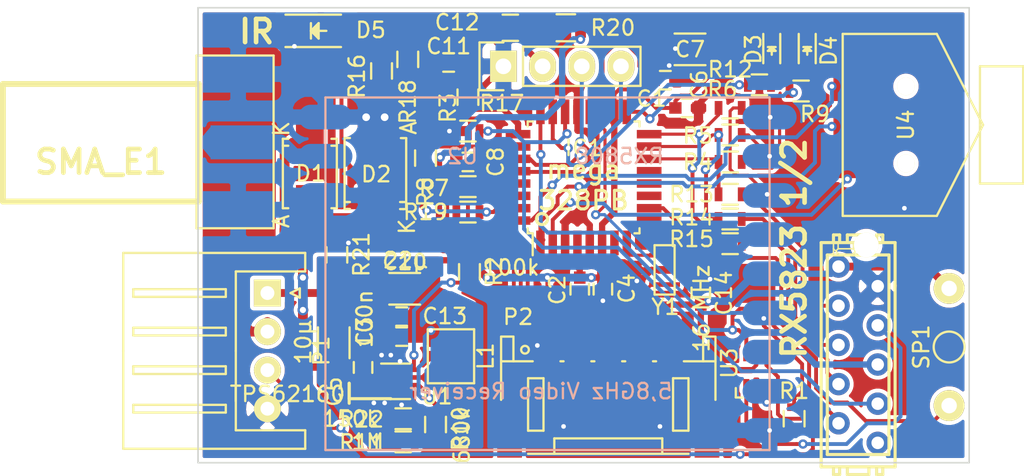
<source format=kicad_pcb>
(kicad_pcb (version 20171130) (host pcbnew "(5.1.12)-1")
  (title_block (title "FPV Receiver Diversity Pro Part1/2") (date 2016-04-07) (rev 0.2))
  (layers (0 F.Cu signal) (31 B.Cu signal) (34 B.Paste user hide) (35 F.Paste user) (36 B.SilkS user hide) (37 F.SilkS user) (38 B.Mask user hide) (39 F.Mask user) (44 Edge.Cuts user))
  (net 0 "")
  (net 1 "Net-(C1-Pad1)")
  (net 2 GND)
  (net 3 +5V)
  (net 4 +12V)
  (net 5 /reset)
  (net 6 /DTR)
  (net 7 "Net-(D1-Pad1)")
  (net 8 "Net-(D3-Pad2)")
  (net 9 /mode)
  (net 10 /down)
  (net 11 "Net-(IC1-Pad7)")
  (net 12 "Net-(IC1-Pad8)")
  (net 13 /buzzer)
  (net 14 "Net-(IC1-Pad11)")
  (net 15 "Net-(IC1-Pad13)")
  (net 16 /mosi)
  (net 17 /miso)
  (net 18 "Net-(IC1-Pad30)")
  (net 19 "Net-(IC1-Pad31)")
  (net 20 /up)
  (net 21 "Net-(L1-Pad1)")
  (net 22 /rxd)
  (net 23 /txd)
  (net 24 "Net-(R2-Pad1)")
  (net 25 "Net-(R10-Pad2)")
  (net 26 "Net-(SMA_E1-Pad1)")
  (net 27 GNDPWR)
  (net 28 "Net-(IC1-Pad12)")
  (net 29 "Net-(IC1-Pad26)")
  (net 30 /Video2)
  (net 31 /Video1)
  (net 32 /led2)
  (net 33 /Funk2_data)
  (net 34 /ss)
  (net 35 /Funk2_ss)
  (net 36 /Funk2_clk)
  (net 37 /led1)
  (net 38 /rssi1)
  (net 39 /rssi2)
  (net 40 /Funk1_data)
  (net 41 /Funk1_ss)
  (net 42 /Funk1_clk)
  (net 43 "Net-(D4-Pad2)")
  (net 44 /led3)
  (net 45 /scl)
  (net 46 /sda)
  (net 47 "Net-(IC1-Pad9)")
  (net 48 /Audio1)
  (net 49 "Net-(P7-Pad10)")
  (net 50 /adc_12V)
  (net 51 /VidOut)
  (net 52 "Net-(D5-Pad2)")
  (net 53 "Net-(C12-Pad1)")
  (module Foxtech:RX5808 (layer B.Cu) (at 136.5 112.25)
    (fp_text reference U2 (at -6.35 -7.62) (layer B.SilkS) (effects (justify mirror)))
    (fp_text value RX5808 (at 3.81 -7.62) (layer B.SilkS) (effects (justify mirror)))
    (fp_text user "5,8GHz Video Receiver" (at -1.27 7.62) (layer B.SilkS) (effects (justify mirror)))
    (pad 1 smd oval (at -15.24 -5.08) (size 3.5 1.6) (layers B.Cu B.Mask) (net 2 GND))
    (pad 2 smd oval (at -15.24 -7.62) (size 3.5 1.6) (layers B.Cu B.Mask) (net 26 "Net-(SMA_E1-Pad1)"))
    (pad 3 smd oval (at -15.24 -10.16) (size 3.5 1.6) (layers B.Cu B.Mask) (net 2 GND))
    (pad 4 smd oval (at 13.56 -10.16) (size 3.5 1.6) (layers B.Cu B.Mask) (net 40 /Funk1_data))
    (pad 5 smd oval (at 13.56 -7.62) (size 3.5 1.6) (layers B.Cu B.Mask) (net 41 /Funk1_ss))
    (pad 6 smd oval (at 13.56 -5.08) (size 3.5 1.6) (layers B.Cu B.Mask) (net 42 /Funk1_clk))
    (pad 7 smd oval (at 13.56 -2.54) (size 3.5 1.6) (layers B.Cu B.Mask) (net 2 GND))
    (pad 8 smd oval (at 13.56 0) (size 3.5 1.6) (layers B.Cu B.Mask) (net 3 +5V))
    (pad 9 smd oval (at 13.56 2.54) (size 3.5 1.6) (layers B.Cu B.Mask) (net 38 /rssi1))
    (pad 10 smd oval (at 13.56 5.08) (size 3.5 1.6) (layers B.Cu B.Mask) (net 48 /Audio1))
    (pad 11 smd oval (at 13.56 7.62) (size 3.5 1.6) (layers B.Cu B.Mask) (net 31 /Video1))
    (pad 12 smd oval (at 13.56 10.16) (size 3.5 1.6) (layers B.Cu B.Mask) (net 2 GND))
  )
  (module Buzzers_Beepers:Buzzer_12x9.5RM7.6 (layer F.Cu) (at 161.7 117 270)
    (fp_text reference SP1 (at 0 1.8 270) (layer F.SilkS))
    (fp_text value BUZ)
    (pad 1 thru_hole circle (at -3.79984 0 270) (size 2 2) (drill 1.00076) (layers *.Cu *.Mask F.SilkS) (net 3 +5V))
    (pad 2 thru_hole circle (at 3.79984 0 270) (size 2 2) (drill 1.00076) (layers *.Cu *.Mask F.SilkS) (net 13 /buzzer))
  )
  (module Housings_QFP:TQFP-32_7x7mm_Pitch0.8mm (layer F.Cu) (at 138 106 90)
    (fp_text reference IC1 (at 1.9 0 180) (layer F.SilkS))
    (fp_text value ATMEGA328-A)
    (pad 1 smd rect (at -4.25 -2.8 90) (size 1.6 0.55) (layers F.Cu F.Mask) (net 9 /mode))
    (pad 2 smd rect (at -4.25 -2 90) (size 1.6 0.55) (layers F.Cu F.Mask) (net 10 /down))
    (pad 3 smd rect (at -4.25 -1.2 90) (size 1.6 0.55) (layers F.Cu F.Mask) (net 2 GND))
    (pad 4 smd rect (at -4.25 -0.4 90) (size 1.6 0.55) (layers F.Cu F.Mask) (net 3 +5V))
    (pad 5 smd rect (at -4.25 0.4 90) (size 1.6 0.55) (layers F.Cu F.Mask) (net 2 GND))
    (pad 6 smd rect (at -4.25 1.2 90) (size 1.6 0.55) (layers F.Cu F.Mask) (net 3 +5V))
    (pad 7 smd rect (at -4.25 2 90) (size 1.6 0.55) (layers F.Cu F.Mask) (net 11 "Net-(IC1-Pad7)"))
    (pad 8 smd rect (at -4.25 2.8 90) (size 1.6 0.55) (layers F.Cu F.Mask) (net 12 "Net-(IC1-Pad8)"))
    (pad 9 smd rect (at -2.8 4.25 180) (size 1.6 0.55) (layers F.Cu F.Mask) (net 47 "Net-(IC1-Pad9)"))
    (pad 10 smd rect (at -2 4.25 180) (size 1.6 0.55) (layers F.Cu F.Mask) (net 13 /buzzer))
    (pad 11 smd rect (at -1.2 4.25 180) (size 1.6 0.55) (layers F.Cu F.Mask) (net 14 "Net-(IC1-Pad11)"))
    (pad 12 smd rect (at -0.4 4.25 180) (size 1.6 0.55) (layers F.Cu F.Mask) (net 28 "Net-(IC1-Pad12)"))
    (pad 13 smd rect (at 0.4 4.25 180) (size 1.6 0.55) (layers F.Cu F.Mask) (net 15 "Net-(IC1-Pad13)"))
    (pad 14 smd rect (at 1.2 4.25 180) (size 1.6 0.55) (layers F.Cu F.Mask) (net 34 /ss))
    (pad 15 smd rect (at 2 4.25 180) (size 1.6 0.55) (layers F.Cu F.Mask) (net 16 /mosi))
    (pad 16 smd rect (at 2.8 4.25 180) (size 1.6 0.55) (layers F.Cu F.Mask) (net 17 /miso))
    (pad 17 smd rect (at 4.25 2.8 90) (size 1.6 0.55) (layers F.Cu F.Mask) (net 44 /led3))
    (pad 18 smd rect (at 4.25 2 90) (size 1.6 0.55) (layers F.Cu F.Mask) (net 3 +5V))
    (pad 19 smd rect (at 4.25 1.2 90) (size 1.6 0.55) (layers F.Cu F.Mask) (net 38 /rssi1))
    (pad 20 smd rect (at 4.25 0.4 90) (size 1.6 0.55) (layers F.Cu F.Mask) (net 1 "Net-(C1-Pad1)"))
    (pad 21 smd rect (at 4.25 -0.4 90) (size 1.6 0.55) (layers F.Cu F.Mask) (net 2 GND))
    (pad 22 smd rect (at 4.25 -1.2 90) (size 1.6 0.55) (layers F.Cu F.Mask) (net 39 /rssi2))
    (pad 23 smd rect (at 4.25 -2 90) (size 1.6 0.55) (layers F.Cu F.Mask) (net 37 /led1))
    (pad 24 smd rect (at 4.25 -2.8 90) (size 1.6 0.55) (layers F.Cu F.Mask) (net 32 /led2))
    (pad 25 smd rect (at 2.8 -4.25 180) (size 1.6 0.55) (layers F.Cu F.Mask) (net 50 /adc_12V))
    (pad 26 smd rect (at 2 -4.25 180) (size 1.6 0.55) (layers F.Cu F.Mask) (net 29 "Net-(IC1-Pad26)"))
    (pad 27 smd rect (at 1.2 -4.25 180) (size 1.6 0.55) (layers F.Cu F.Mask) (net 46 /sda))
    (pad 28 smd rect (at 0.4 -4.25 180) (size 1.6 0.55) (layers F.Cu F.Mask) (net 45 /scl))
    (pad 29 smd rect (at -0.4 -4.25 180) (size 1.6 0.55) (layers F.Cu F.Mask) (net 5 /reset))
    (pad 30 smd rect (at -1.2 -4.25 180) (size 1.6 0.55) (layers F.Cu F.Mask) (net 18 "Net-(IC1-Pad30)"))
    (pad 31 smd rect (at -2 -4.25 180) (size 1.6 0.55) (layers F.Cu F.Mask) (net 19 "Net-(IC1-Pad31)"))
    (pad 32 smd rect (at -2.8 -4.25 180) (size 1.6 0.55) (layers F.Cu F.Mask) (net 20 /up))
  )
  (module Capacitors_SMD:C_0603 (layer F.Cu) (at 123.7 118.325 90)
    (fp_text reference C3 (at 2.325 0.1 90) (layer F.SilkS))
    (fp_text value 100n hide)
    (pad 1 smd rect (at -0.75 0 90) (size 0.8 0.75) (layers F.Cu F.Mask) (net 4 +12V))
    (pad 2 smd rect (at 0.75 0 90) (size 0.8 0.75) (layers F.Cu F.Mask) (net 27 GNDPWR))
  )
  (module Capacitors_SMD:C_1206 (layer F.Cu) (at 121.8 116.725 90)
    (fp_text reference C5 (at -3.175 0 90) (layer F.SilkS))
    (fp_text value 10µ (at 0.075 -1.975 270) (layer F.SilkS))
    (pad 1 smd rect (at -1.5 0 90) (size 1 1.6) (layers F.Cu F.Mask) (net 4 +12V))
    (pad 2 smd rect (at 1.5 0 90) (size 1 1.6) (layers F.Cu F.Mask) (net 27 GNDPWR))
  )
  (module Capacitors_SMD:C_0603 (layer F.Cu) (at 126.2 116.325 180)
    (fp_text reference C9 hide)
    (fp_text value 100n hide)
    (pad 1 smd rect (at -0.75 0 180) (size 0.8 0.75) (layers F.Cu F.Mask) (net 3 +5V))
    (pad 2 smd rect (at 0.75 0 180) (size 0.8 0.75) (layers F.Cu F.Mask) (net 27 GNDPWR))
  )
  (module Capacitors_SMD:C_1206 (layer F.Cu) (at 126.4 113.225 180)
    (fp_text reference C10 (at 0 1.725 180) (layer F.SilkS))
    (fp_text value 22µ (at -0.1 1.85 180) (layer F.SilkS))
    (pad 1 smd rect (at -1.5 0 180) (size 1 1.6) (layers F.Cu F.Mask) (net 3 +5V))
    (pad 2 smd rect (at 1.5 0 180) (size 1 1.6) (layers F.Cu F.Mask) (net 27 GNDPWR))
  )
  (module Resistors_SMD:R_0603 (layer F.Cu) (at 130.6 112.125 90)
    (fp_text reference R2 (at 0.025 1.6 90) (layer F.SilkS))
    (fp_text value 100k (at 0.275 2.7 180) (layer F.SilkS))
    (pad 1 smd rect (at -0.75 0 90) (size 0.5 0.9) (layers F.Cu F.Mask) (net 24 "Net-(R2-Pad1)"))
    (pad 2 smd rect (at 0.75 0 90) (size 0.5 0.9) (layers F.Cu F.Mask) (net 3 +5V))
  )
  (module Resistors_SMD:R_0603 (layer F.Cu) (at 128.4 122.025 270)
    (fp_text reference R10 (at 0.275 -1.6 270) (layer F.SilkS))
    (fp_text value 680k (at 0.725 -1.7 270) (layer F.SilkS))
    (pad 1 smd rect (at -0.75 0 270) (size 0.5 0.9) (layers F.Cu F.Mask) (net 3 +5V))
    (pad 2 smd rect (at 0.75 0 270) (size 0.5 0.9) (layers F.Cu F.Mask) (net 25 "Net-(R10-Pad2)"))
  )
  (module Housings_DFN_QFN:DFN-8-1EP_2x2mm_Pitch0.5mm (layer F.Cu) (at 126.1 119.225)
    (fp_text reference U1 (at 2.4 0.975) (layer F.SilkS))
    (fp_text value TPS62160 (at -7.3 0.825) (layer F.SilkS))
    (pad 1 smd rect (at -0.9 -0.75) (size 0.5 0.3) (layers F.Cu F.Mask) (net 27 GNDPWR))
    (pad 2 smd rect (at -0.9 -0.25) (size 0.5 0.3) (layers F.Cu F.Mask) (net 4 +12V))
    (pad 3 smd rect (at -0.9 0.25) (size 0.5 0.3) (layers F.Cu F.Mask) (net 4 +12V))
    (pad 4 smd rect (at -0.9 0.75) (size 0.5 0.3) (layers F.Cu F.Mask) (net 27 GNDPWR))
    (pad 5 smd rect (at 0.9 0.75) (size 0.5 0.3) (layers F.Cu F.Mask) (net 25 "Net-(R10-Pad2)"))
    (pad 6 smd rect (at 0.9 0.25) (size 0.5 0.3) (layers F.Cu F.Mask) (net 3 +5V))
    (pad 7 smd rect (at 0.9 -0.25) (size 0.5 0.3) (layers F.Cu F.Mask) (net 21 "Net-(L1-Pad1)"))
    (pad 8 smd rect (at 0.9 -0.75) (size 0.5 0.3) (layers F.Cu F.Mask) (net 24 "Net-(R2-Pad1)"))
    (pad EP smd rect (at 0 0.44) (size 0.8 0.88) (layers F.Cu F.Mask) (net 27 GNDPWR))
    (pad EP smd rect (at 0 -0.44) (size 0.8 0.88) (layers F.Cu F.Mask) (net 27 GNDPWR))
  )
  (module Capacitors_SMD:C_0603 (layer F.Cu) (at 126.2 115.025 180)
    (fp_text reference C13 (at -2.8 0.025 180) (layer F.SilkS))
    (fp_text value 100n (at 2.4 -0.15 270) (layer F.SilkS))
    (pad 1 smd rect (at -0.75 0 180) (size 0.8 0.75) (layers F.Cu F.Mask) (net 3 +5V))
    (pad 2 smd rect (at 0.75 0 180) (size 0.8 0.75) (layers F.Cu F.Mask) (net 27 GNDPWR))
  )
  (module Resistors_SMD:R_0603 (layer F.Cu) (at 122 111.025 90)
    (fp_text reference R21 (at 0.025 1.6 90) (layer F.SilkS))
    (fp_text value brücke hide)
    (pad 1 smd rect (at -0.75 0 90) (size 0.5 0.9) (layers F.Cu F.Mask) (net 27 GNDPWR))
    (pad 2 smd rect (at 0.75 0 90) (size 0.5 0.9) (layers F.Cu F.Mask) (net 2 GND))
  )
  (module Resistors_SMD:R_0603 (layer F.Cu) (at 126.3 123.15 180)
    (fp_text reference R11 (at 2.7 -0.05 180) (layer F.SilkS))
    (fp_text value 1M (at 2.3 0 180) (layer F.SilkS))
    (pad 1 smd rect (at -0.75 0 180) (size 0.5 0.9) (layers F.Cu F.Mask) (net 25 "Net-(R10-Pad2)"))
    (pad 2 smd rect (at 0.75 0 180) (size 0.5 0.9) (layers F.Cu F.Mask) (net 27 GNDPWR))
  )
  (module Resistors_SMD:R_0603 (layer F.Cu) (at 126.3 121.65 180)
    (fp_text reference R22 (at 2.7 -0.05 180) (layer F.SilkS))
    (fp_text value 150k (at 3.4 0 180) (layer F.SilkS))
    (pad 1 smd rect (at -0.75 0 180) (size 0.5 0.9) (layers F.Cu F.Mask) (net 25 "Net-(R10-Pad2)"))
    (pad 2 smd rect (at 0.75 0 180) (size 0.5 0.9) (layers F.Cu F.Mask) (net 27 GNDPWR))
  )
  (module Capacitors_SMD:C_0603 (layer F.Cu) (at 143.3 99.7)
    (fp_text reference C1 (at -0.9 1.2) (layer F.SilkS))
    (fp_text value 100n)
    (pad 1 smd rect (at -0.75 0) (size 0.8 0.75) (layers F.Cu F.Mask) (net 1 "Net-(C1-Pad1)"))
    (pad 2 smd rect (at 0.75 0) (size 0.8 0.75) (layers F.Cu F.Mask) (net 2 GND))
  )
  (module Capacitors_SMD:C_0603 (layer F.Cu) (at 137.75 113.25 270)
    (fp_text reference C2 (at 0.05 1.45 270) (layer F.SilkS))
    (fp_text value 100n)
    (pad 1 smd rect (at -0.75 0 270) (size 0.8 0.75) (layers F.Cu F.Mask) (net 3 +5V))
    (pad 2 smd rect (at 0.75 0 270) (size 0.8 0.75) (layers F.Cu F.Mask) (net 2 GND))
  )
  (module Capacitors_SMD:C_0603 (layer F.Cu) (at 139.25 113.25 270)
    (fp_text reference C4 (at -0.05 -1.55 270) (layer F.SilkS))
    (fp_text value 100n)
    (pad 1 smd rect (at -0.75 0 270) (size 0.8 0.75) (layers F.Cu F.Mask) (net 3 +5V))
    (pad 2 smd rect (at 0.75 0 270) (size 0.8 0.75) (layers F.Cu F.Mask) (net 2 GND))
  )
  (module Capacitors_SMD:C_0603 (layer F.Cu) (at 144.7 101.5)
    (fp_text reference C6 (at 0.8 -1.5 90) (layer F.SilkS))
    (fp_text value 100n)
    (pad 1 smd rect (at -0.75 0) (size 0.8 0.75) (layers F.Cu F.Mask) (net 3 +5V))
    (pad 2 smd rect (at 0.75 0) (size 0.8 0.75) (layers F.Cu F.Mask) (net 2 GND))
  )
  (module Capacitors_SMD:C_1206 (layer F.Cu) (at 144.9 97.7 180)
    (fp_text reference C7 (at 0 0 180) (layer F.SilkS))
    (fp_text value 22µ)
    (pad 1 smd rect (at -1.5 0 180) (size 1 1.6) (layers F.Cu F.Mask) (net 3 +5V))
    (pad 2 smd rect (at 1.5 0 180) (size 1 1.6) (layers F.Cu F.Mask) (net 2 GND))
  )
  (module Capacitors_SMD:C_0603 (layer F.Cu) (at 130.5 105 180)
    (fp_text reference C8 (at -1.8 0 270) (layer F.SilkS))
    (fp_text value 100n)
    (pad 1 smd rect (at -0.75 0 180) (size 0.8 0.75) (layers F.Cu F.Mask) (net 5 /reset))
    (pad 2 smd rect (at 0.75 0 180) (size 0.8 0.75) (layers F.Cu F.Mask) (net 6 /DTR))
  )
  (module Capacitors_SMD:C_0603 (layer F.Cu) (at 145.6 113.5 90)
    (fp_text reference C14 (at 0 1.5 90) (layer F.SilkS))
    (fp_text value 100n)
    (pad 1 smd rect (at -0.75 0 90) (size 0.8 0.75) (layers F.Cu F.Mask) (net 3 +5V))
    (pad 2 smd rect (at 0.75 0 90) (size 0.8 0.75) (layers F.Cu F.Mask) (net 2 GND))
  )
  (module LEDs:LED_0603 (layer F.Cu) (at 150.2 97.8 270)
    (fp_text reference D3 (at -0.1 1.2 270) (layer F.SilkS))
    (fp_text value grün)
    (pad 2 smd rect (at 0.7493 0 90) (size 0.79756 0.79756) (layers F.Cu F.Mask) (net 8 "Net-(D3-Pad2)"))
    (pad 1 smd rect (at -0.7493 0 90) (size 0.79756 0.79756) (layers F.Cu F.Mask) (net 2 GND))
  )
  (module LEDs:LED_0603 (layer F.Cu) (at 152.5 97.8 270)
    (fp_text reference D4 (at 0 -1.4 270) (layer F.SilkS))
    (fp_text value grün)
    (pad 2 smd rect (at 0.7493 0 90) (size 0.79756 0.79756) (layers F.Cu F.Mask) (net 43 "Net-(D4-Pad2)"))
    (pad 1 smd rect (at -0.7493 0 90) (size 0.79756 0.79756) (layers F.Cu F.Mask) (net 2 GND))
  )
  (module Pin_Headers:Pin_Header_Straight_1x04 (layer F.Cu) (at 132.8 98.8 90)
    (fp_text reference P6 hide)
    (fp_text value CONN_01X04)
    (pad 1 thru_hole rect (at 0 0 90) (size 2.032 1.7272) (drill 1.016) (layers *.Cu *.Mask F.SilkS) (net 2 GND))
    (pad 2 thru_hole oval (at 0 2.54 90) (size 2.032 1.7272) (drill 1.016) (layers *.Cu *.Mask F.SilkS) (net 53 "Net-(C12-Pad1)"))
    (pad 3 thru_hole oval (at 0 5.08 90) (size 2.032 1.7272) (drill 1.016) (layers *.Cu *.Mask F.SilkS) (net 45 /scl))
    (pad 4 thru_hole oval (at 0 7.62 90) (size 2.032 1.7272) (drill 1.016) (layers *.Cu *.Mask F.SilkS) (net 46 /sda))
  )
  (module Resistors_SMD:R_0603 (layer F.Cu) (at 151.65 121.65 270)
    (fp_text reference R1 (at -1.8 0) (layer F.SilkS))
    (fp_text value 100k)
    (pad 1 smd rect (at -0.75 0 270) (size 0.5 0.9) (layers F.Cu F.Mask) (net 38 /rssi1))
    (pad 2 smd rect (at 0.75 0 270) (size 0.5 0.9) (layers F.Cu F.Mask) (net 2 GND))
  )
  (module Resistors_SMD:R_0603 (layer F.Cu) (at 130.5 103 180)
    (fp_text reference R3 (at 1.3 1.5 270) (layer F.SilkS))
    (fp_text value 100k)
    (pad 1 smd rect (at -0.75 0 180) (size 0.5 0.9) (layers F.Cu F.Mask) (net 39 /rssi2))
    (pad 2 smd rect (at 0.75 0 180) (size 0.5 0.9) (layers F.Cu F.Mask) (net 2 GND))
  )
  (module Resistors_SMD:R_0603 (layer F.Cu) (at 147.5 105 180)
    (fp_text reference R4 (at 2.1 0 180) (layer F.SilkS))
    (fp_text value 1k)
    (pad 1 smd rect (at -0.75 0 180) (size 0.5 0.9) (layers F.Cu F.Mask) (net 40 /Funk1_data))
    (pad 2 smd rect (at 0.75 0 180) (size 0.5 0.9) (layers F.Cu F.Mask) (net 34 /ss))
  )
  (module Resistors_SMD:R_0603 (layer F.Cu) (at 147.5 103.25 180)
    (fp_text reference R5 (at 2.1 -0.05 180) (layer F.SilkS))
    (fp_text value 1k)
    (pad 1 smd rect (at -0.75 0 180) (size 0.5 0.9) (layers F.Cu F.Mask) (net 41 /Funk1_ss))
    (pad 2 smd rect (at 0.75 0 180) (size 0.5 0.9) (layers F.Cu F.Mask) (net 16 /mosi))
  )
  (module Resistors_SMD:R_0603 (layer F.Cu) (at 147.5 101.5 180)
    (fp_text reference R6 (at 0.5 1.2 180) (layer F.SilkS))
    (fp_text value 1k)
    (pad 1 smd rect (at -0.75 0 180) (size 0.5 0.9) (layers F.Cu F.Mask) (net 42 /Funk1_clk))
    (pad 2 smd rect (at 0.75 0 180) (size 0.5 0.9) (layers F.Cu F.Mask) (net 17 /miso))
  )
  (module Resistors_SMD:R_0603 (layer F.Cu) (at 130.5 106.6)
    (fp_text reference R7 (at -2.2 0.1) (layer F.SilkS))
    (fp_text value 1k)
    (pad 1 smd rect (at -0.75 0) (size 0.5 0.9) (layers F.Cu F.Mask) (net 22 /rxd))
    (pad 2 smd rect (at 0.75 0) (size 0.5 0.9) (layers F.Cu F.Mask) (net 18 "Net-(IC1-Pad30)"))
  )
  (module Resistors_SMD:R_0603 (layer F.Cu) (at 127.75 104.75 90)
    (fp_text reference R8 (at -2.2 0 90) (layer F.SilkS))
    (fp_text value 10k)
    (pad 1 smd rect (at -0.75 0 90) (size 0.5 0.9) (layers F.Cu F.Mask) (net 3 +5V))
    (pad 2 smd rect (at 0.75 0 90) (size 0.5 0.9) (layers F.Cu F.Mask) (net 5 /reset))
  )
  (module Resistors_SMD:R_0603 (layer F.Cu) (at 152.1 100.4 180)
    (fp_text reference R9 (at -0.9 -1.5 180) (layer F.SilkS))
    (fp_text value 220)
    (pad 1 smd rect (at -0.75 0 180) (size 0.5 0.9) (layers F.Cu F.Mask) (net 43 "Net-(D4-Pad2)"))
    (pad 2 smd rect (at 0.75 0 180) (size 0.5 0.9) (layers F.Cu F.Mask) (net 44 /led3))
  )
  (module Resistors_SMD:R_0603 (layer F.Cu) (at 149.4 100 180)
    (fp_text reference R12 (at 1.9 1 180) (layer F.SilkS))
    (fp_text value 220)
    (pad 1 smd rect (at -0.75 0 180) (size 0.5 0.9) (layers F.Cu F.Mask) (net 8 "Net-(D3-Pad2)"))
    (pad 2 smd rect (at 0.75 0 180) (size 0.5 0.9) (layers F.Cu F.Mask) (net 37 /led1))
  )
  (module Resistors_SMD:R_0603 (layer F.Cu) (at 147.5 107.1 180)
    (fp_text reference R13 (at 2.5 0 180) (layer F.SilkS))
    (fp_text value 1k)
    (pad 1 smd rect (at -0.75 0 180) (size 0.5 0.9) (layers F.Cu F.Mask) (net 33 /Funk2_data))
    (pad 2 smd rect (at 0.75 0 180) (size 0.5 0.9) (layers F.Cu F.Mask) (net 34 /ss))
  )
  (module Resistors_SMD:R_0603 (layer F.Cu) (at 147.5 108.7 180)
    (fp_text reference R14 (at 2.5 0.1 180) (layer F.SilkS))
    (fp_text value 1k)
    (pad 1 smd rect (at -0.75 0 180) (size 0.5 0.9) (layers F.Cu F.Mask) (net 35 /Funk2_ss))
    (pad 2 smd rect (at 0.75 0 180) (size 0.5 0.9) (layers F.Cu F.Mask) (net 16 /mosi))
  )
  (module Resistors_SMD:R_0603 (layer F.Cu) (at 147.5 110.3 180)
    (fp_text reference R15 (at 2.5 0.3 180) (layer F.SilkS))
    (fp_text value 1k)
    (pad 1 smd rect (at -0.75 0 180) (size 0.5 0.9) (layers F.Cu F.Mask) (net 36 /Funk2_clk))
    (pad 2 smd rect (at 0.75 0 180) (size 0.5 0.9) (layers F.Cu F.Mask) (net 17 /miso))
  )
  (module TO_SOT_Packages_SMD:SC-70-6 (layer F.Cu) (at 149.2 118.5)
    (fp_text reference U3 (at -1.75 -0.45 90) (layer F.SilkS))
    (fp_text value sn74lvc1g3157)
    (pad 1 smd rect (at -0.65024 0.94996) (size 0.39878 0.7493) (layers F.Cu F.Mask) (net 30 /Video2))
    (pad 2 smd rect (at 0 0.94996) (size 0.39878 0.7493) (layers F.Cu F.Mask) (net 2 GND))
    (pad 3 smd rect (at 0.65024 0.94996) (size 0.39878 0.7493) (layers F.Cu F.Mask) (net 31 /Video1))
    (pad 4 smd rect (at 0.65024 -0.94996) (size 0.39878 0.7493) (layers F.Cu F.Mask) (net 51 /VidOut))
    (pad 5 smd rect (at 0 -0.94996) (size 0.39878 0.7493) (layers F.Cu F.Mask) (net 3 +5V))
    (pad 6 smd rect (at -0.65024 -0.94996) (size 0.39878 0.7493) (layers F.Cu F.Mask) (net 32 /led2))
  )
  (module CSTCE16:CerOsc_3,2x1,3 (layer F.Cu) (at 143.25 112 270)
    (fp_text reference Y1 (at 2.4 -0.05) (layer F.SilkS))
    (fp_text value "16 MHz" (at 2.5 -2.4 270) (layer F.SilkS))
    (pad 1 smd rect (at -0.95 0 270) (size 0.3 2) (layers F.Cu F.Mask) (net 12 "Net-(IC1-Pad8)"))
    (pad 2 smd rect (at 0 0 270) (size 0.3 2) (layers F.Cu F.Mask) (net 2 GND))
    (pad 3 smd rect (at 0.95 0 270) (size 0.3 2) (layers F.Cu F.Mask) (net 11 "Net-(IC1-Pad7)"))
  )
  (module Diodes_SMD:SMB_Standard (layer F.Cu) (at 124.5 105.75 90)
    (fp_text reference D2 (at -0.05 0.05 180) (layer F.SilkS))
    (fp_text value "P6SMB 18A SMD")
    (fp_text user K (at -3.45 2.05 90) (layer F.SilkS))
    (fp_text user A (at 2.95 2.15 90) (layer F.SilkS))
    (pad 1 smd rect (at -2.14884 0 90) (size 2.49936 2.30124) (layers F.Cu F.Mask) (net 4 +12V))
    (pad 2 smd rect (at 2.14884 0 90) (size 2.49936 2.30124) (layers F.Cu F.Mask) (net 2 GND))
  )
  (module Diodes_SMD:SMA_Standard (layer F.Cu) (at 120.25 105.75 270)
    (fp_text reference D1 (at 0 -0.05) (layer F.SilkS))
    (fp_text value "B 140 F")
    (fp_text user K (at -2.9 1.85 270) (layer F.SilkS))
    (fp_text user A (at 3.1 1.85 270) (layer F.SilkS))
    (pad 1 smd rect (at -1.99898 0 270) (size 2.49936 1.80086) (layers F.Cu F.Mask) (net 7 "Net-(D1-Pad1)"))
    (pad 2 smd rect (at 1.99898 0 270) (size 2.49936 1.80086) (layers F.Cu F.Mask) (net 4 +12V))
  )
  (module LEDs:LED_1206 (layer F.Cu) (at 120.81986 96.5)
    (fp_text reference D5 (at 3.38014 -0.05) (layer F.SilkS))
    (fp_text value IR_EMITTER)
    (pad 2 smd rect (at 1.41986 0 180) (size 1.59766 1.80086) (layers F.Cu F.Paste F.Mask) (net 52 "Net-(D5-Pad2)"))
    (pad 1 smd rect (at -1.41986 0 180) (size 1.59766 1.80086) (layers F.Cu F.Mask) (net 2 GND))
  )
  (module PhilippsFootprints:MCPL3-AC-V (layer F.Cu) (at 158.9 102.6 270)
    (fp_text reference U4 (at 0 0 270) (layer F.SilkS))
    (fp_text value MCPL3-BC-V)
    (pad 3 smd rect (at 0 3.8 270) (size 1.9 1.8) (layers F.Cu F.Mask) (net 9 /mode))
    (pad 1 smd rect (at -2.5 3.8 270) (size 1.9 1.8) (layers F.Cu F.Mask) (net 20 /up))
    (pad 2 smd rect (at 2.5 3.8 270) (size 1.9 1.8) (layers F.Cu F.Mask) (net 10 /down))
    (pad 5 smd rect (at -5.4 -1.05 270) (size 1.9 1.8) (layers F.Cu F.Mask) (net 2 GND))
    (pad 4 smd rect (at 5.4 -1.05 270) (size 1.9 1.8) (layers F.Cu F.Mask) (net 2 GND))
    (pad "" np_thru_hole circle (at 2.5 0 270) (size 1.15 1.15) (drill 1.15) (layers *.Cu *.Mask F.SilkS))
    (pad "" np_thru_hole circle (at -2.5 0 270) (size 1.15 1.15) (drill 1.15) (layers *.Cu *.Mask F.SilkS))
  )
  (module NR3015:NR3015 (layer F.Cu) (at 129.4 117.6 90)
    (fp_text reference L1 (at 0 2.25 90) (layer F.SilkS))
    (fp_text value "2,2µH 1,5A")
    (pad 2 smd rect (at 1.1 0 90) (size 0.8 2.7) (layers F.Cu F.Mask) (net 3 +5V))
    (pad 1 smd rect (at -1.1 0 90) (size 0.8 2.7) (layers F.Cu F.Mask) (net 21 "Net-(L1-Pad1)"))
  )
  (module Resistors_SMD:R_0603 (layer F.Cu) (at 124.9 99.1 270)
    (fp_text reference R16 (at 0.35 1.6 270) (layer F.SilkS))
    (fp_text value 15k)
    (pad 1 smd rect (at -0.75 0 270) (size 0.5 0.9) (layers F.Cu F.Mask) (net 50 /adc_12V))
    (pad 2 smd rect (at 0.75 0 270) (size 0.5 0.9) (layers F.Cu F.Mask) (net 4 +12V))
  )
  (module Resistors_SMD:R_0603 (layer F.Cu) (at 130.5 100.8 270)
    (fp_text reference R17 (at 0.4 -2.2) (layer F.SilkS))
    (fp_text value 1k)
    (pad 1 smd rect (at -0.75 0 270) (size 0.5 0.9) (layers F.Cu F.Mask) (net 2 GND))
    (pad 2 smd rect (at 0.75 0 270) (size 0.5 0.9) (layers F.Cu F.Mask) (net 50 /adc_12V))
  )
  (module Capacitors_SMD:C_0603 (layer F.Cu) (at 129.25 98.55)
    (fp_text reference C11 (at 0 -1.05) (layer F.SilkS))
    (fp_text value 100n)
    (pad 1 smd rect (at -0.75 0) (size 0.8 0.75) (layers F.Cu F.Mask) (net 50 /adc_12V))
    (pad 2 smd rect (at 0.75 0) (size 0.8 0.75) (layers F.Cu F.Mask) (net 2 GND))
  )
  (module PhilippsFootprints:MICROMATCH-10 (layer F.Cu) (at 155.8 117.5 90)
    (fp_text reference P7 hide)
    (fp_text value CONN_02X05)
    (pad 1 thru_hole circle (at 5.715 -1.27 90) (size 1.45 1.45) (drill 0.8128) (layers *.Cu *.Mask) (net 3 +5V))
    (pad 2 thru_hole circle (at 4.445 1.27 90) (size 1.45 1.45) (drill 0.8128) (layers *.Cu *.Mask) (net 2 GND))
    (pad 3 thru_hole circle (at 3.175 -1.27 90) (size 1.45 1.45) (drill 0.8128) (layers *.Cu *.Mask) (net 33 /Funk2_data))
    (pad 4 thru_hole circle (at 1.905 1.27 90) (size 1.45 1.45) (drill 0.8128) (layers *.Cu *.Mask) (net 30 /Video2))
    (pad 5 thru_hole circle (at 0.635 -1.27 90) (size 1.45 1.45) (drill 0.8128) (layers *.Cu *.Mask) (net 35 /Funk2_ss))
    (pad 6 thru_hole circle (at -0.635 1.27 90) (size 1.45 1.45) (drill 0.8128) (layers *.Cu *.Mask) (net 48 /Audio1))
    (pad 7 thru_hole circle (at -1.905 -1.27 90) (size 1.45 1.45) (drill 0.8128) (layers *.Cu *.Mask) (net 36 /Funk2_clk))
    (pad 8 thru_hole circle (at -3.175 1.27 90) (size 1.45 1.45) (drill 0.8128) (layers *.Cu *.Mask) (net 39 /rssi2))
    (pad 9 thru_hole circle (at -4.445 -1.27 90) (size 1.45 1.45) (drill 0.8128) (layers *.Cu *.Mask) (net 32 /led2))
    (pad 10 thru_hole circle (at -5.715 1.27 90) (size 1.45 1.45) (drill 0.8128) (layers *.Cu *.Mask) (net 49 "Net-(P7-Pad10)"))
    (pad "" np_thru_hole circle (at 7.115 0.53 90) (size 1.6 1.6) (drill 1.6) (layers *.Cu *.Mask F.SilkS))
  )
  (module PhilippsFootprints:SMA_EDGE_Johnson_142-0701-801 (layer F.Cu) (at 106.7 103.7 180)
    (fp_text reference SMA_E1 (at 0 -1.3 180) (layer F.SilkS) (effects (font (size 1.524 1.524) (thickness 0.3048))))
    (fp_text value SMA_EDGE hide)
    (pad 0 connect rect (at -8.9 -4.4 180) (size 4.572 2.413) (layers *.Mask B.Cu) (net 2 GND))
    (pad 1 connect trapezoid (at -6.858 -0.03 180) (size 0.50038 1.39954) (rect_delta 0.59944 0) (layers B.Cu B.Mask) (net 26 "Net-(SMA_E1-Pad1)"))
    (pad 2 connect rect (at -8.9 4.4 180) (size 4.572 2.413) (layers *.Mask B.Cu) (net 2 GND))
    (pad 1 connect rect (at -9.144 -0.03 180) (size 4.07162 2.2) (layers B.Cu B.Mask) (net 26 "Net-(SMA_E1-Pad1)"))
  )
  (module Resistors_SMD:R_0603 (layer F.Cu) (at 130.5 108.25 180)
    (fp_text reference R19 (at 2.75 0 180) (layer F.SilkS))
    (fp_text value 1k)
    (pad 1 smd rect (at -0.75 0 180) (size 0.5 0.9) (layers F.Cu F.Mask) (net 19 "Net-(IC1-Pad31)"))
    (pad 2 smd rect (at 0.75 0 180) (size 0.5 0.9) (layers F.Cu F.Mask) (net 23 /txd))
  )
  (module Resistors_SMD:R_0603 (layer F.Cu) (at 126.6 98.35 90)
    (fp_text reference R18 (at -2.75 0 90) (layer F.SilkS))
    (fp_text value 100)
    (pad 1 smd rect (at -0.75 0 90) (size 0.5 0.9) (layers F.Cu F.Mask) (net 19 "Net-(IC1-Pad31)"))
    (pad 2 smd rect (at 0.75 0 90) (size 0.5 0.9) (layers F.Cu F.Mask) (net 52 "Net-(D5-Pad2)"))
  )
  (module Connectors_JST:JST_XH_S04B-XH-A_04x2.50mm_Angled (layer F.Cu) (at 117.5 113.5 270)
    (fp_text reference P1 (at 3.75 -3.5 270) (layer F.SilkS))
    (fp_text value CONN_01X04)
    (pad 1 thru_hole rect (at 0 0 270) (size 1.75 1.75) (drill 0.9) (layers *.Cu *.Mask F.SilkS) (net 27 GNDPWR))
    (pad 2 thru_hole circle (at 2.5 0 270) (size 1.75 1.75) (drill 0.9) (layers *.Cu *.Mask F.SilkS) (net 7 "Net-(D1-Pad1)"))
    (pad 3 thru_hole circle (at 5 0 270) (size 1.75 1.75) (drill 0.9) (layers *.Cu *.Mask F.SilkS) (net 51 /VidOut))
    (pad 4 thru_hole circle (at 7.5 0 270) (size 1.75 1.75) (drill 0.9) (layers *.Cu *.Mask F.SilkS) (net 2 GND))
  )
  (module Connectors_JST:JST_PH_S5B-PH-SM4-TB_05x2.00mm_Angled (layer F.Cu) (at 139.6 119.7)
    (fp_text reference P2 (at -5.85 -4.65) (layer F.SilkS))
    (fp_text value CONN_01X05)
    (pad 1 smd rect (at -4 -2.775) (size 1 3.5) (layers F.Cu F.Mask) (net 2 GND))
    (pad 2 smd rect (at -2 -2.775) (size 1 3.5) (layers F.Cu F.Mask) (net 3 +5V))
    (pad 3 smd rect (at 0 -2.775) (size 1 3.5) (layers F.Cu F.Mask) (net 22 /rxd))
    (pad 4 smd rect (at 2 -2.775) (size 1 3.5) (layers F.Cu F.Mask) (net 23 /txd))
    (pad 5 smd rect (at 4 -2.775) (size 1 3.5) (layers F.Cu F.Mask) (net 6 /DTR))
    (pad "" smd rect (at -6.4 2.775) (size 1.6 3.4) (layers F.Cu F.Mask))
    (pad "" smd rect (at 6.4 2.775) (size 1.6 3.4) (layers F.Cu F.Mask))
  )
  (module Resistors_SMD:R_0805 (layer F.Cu) (at 136.85 96.3)
    (fp_text reference R20 (at 3.05 0) (layer F.SilkS))
    (fp_text value 10)
    (pad 1 smd rect (at -0.95 0) (size 0.7 1.3) (layers F.Cu F.Mask) (net 53 "Net-(C12-Pad1)"))
    (pad 2 smd rect (at 0.95 0) (size 0.7 1.3) (layers F.Cu F.Mask) (net 3 +5V))
  )
  (module Capacitors_SMD:C_0805 (layer F.Cu) (at 133.25 96.3 180)
    (fp_text reference C12 (at 3.45 0.35 180) (layer F.SilkS))
    (fp_text value 4,7u)
    (pad 1 smd rect (at -1 0 180) (size 1 1.25) (layers F.Cu F.Mask) (net 53 "Net-(C12-Pad1)"))
    (pad 2 smd rect (at 1 0 180) (size 1 1.25) (layers F.Cu F.Mask) (net 2 GND))
  )
  (gr_text IR (at 116.8 96.55) (layer F.SilkS) (effects (font (size 1.5 1.5) (thickness 0.3))))
  (gr_line (start 163 95) (end 163 124.5) (angle 90) (layer Edge.Cuts) (width 0.1))
  (gr_text "RX5823 1/2" (at 151.65 110.6 90) (layer F.SilkS) (effects (font (size 1.5 1.5) (thickness 0.3))))
  (gr_text mega (at 138 105.5) (layer F.SilkS) (effects (font (size 1.2 1.2) (thickness 0.2))))
  (gr_text 328PB (at 138 107.5) (layer F.SilkS) (effects (font (size 1.2 1.2) (thickness 0.2))))
  (gr_circle (center 135.3 108.7) (end 135.5 108.4) (layer F.SilkS) (width 0.2))
  (gr_line (start 113 95) (end 113 124.5) (angle 90) (layer Edge.Cuts) (width 0.1))
  (gr_line (start 163 95) (end 113 95) (angle 90) (layer Edge.Cuts) (width 0.1))
  (gr_line (start 113 124.5) (end 163 124.5) (angle 90) (layer Edge.Cuts) (width 0.1))
  (gr_line (start 122.8 119.35) (end 122.8 120.65) (angle 90) (layer F.SilkS) (width 0.2))
  (gr_line (start 122.8 120.35) (end 122.8 119.35) (angle 90) (layer F.SilkS) (width 0.2))
  (gr_line (start 125.5 120.35) (end 122.8 120.35) (angle 90) (layer F.SilkS) (width 0.2))
  (segment (start 138.4 100.4) (end 138.4 101.75) (width 0.254) (layer F.Cu) (net 1))
  (segment (start 139.22619 98.153108) (end 139.22619 99.57381) (width 0.254) (layer F.Cu) (net 1))
  (segment (start 139.22619 99.57381) (end 138.4 100.4) (width 0.254) (layer F.Cu) (net 1))
  (segment (start 140.914492 97.45379) (end 139.925508 97.45379) (width 0.254) (layer F.Cu) (net 1))
  (segment (start 139.925508 97.45379) (end 139.22619 98.153108) (width 0.254) (layer F.Cu) (net 1))
  (segment (start 141.61381 98.153108) (end 140.914492 97.45379) (width 0.254) (layer F.Cu) (net 1))
  (segment (start 141.61381 98.78881) (end 141.61381 98.153108) (width 0.254) (layer F.Cu) (net 1))
  (segment (start 142.525 99.7) (end 141.61381 98.78881) (width 0.254) (layer F.Cu) (net 1))
  (segment (start 142.55 99.7) (end 142.525 99.7) (width 0.254) (layer F.Cu) (net 1))
  (segment (start 136.7 122.15) (end 142.95 122.15) (width 0.4064) (layer F.Cu) (net 2))
  (via (at 142.95 122.15) (size 0.6) (drill 0.3) (layers F.Cu B.Cu) (net 2))
  (segment (start 135 120.45) (end 136.7 122.15) (width 0.4064) (layer B.Cu) (net 2))
  (via (at 136.7 122.15) (size 0.6) (drill 0.3) (layers F.Cu B.Cu) (net 2))
  (segment (start 135 116.9) (end 135 120.45) (width 0.4064) (layer B.Cu) (net 2))
  (segment (start 132.25 96.3) (end 132.25 97.124478) (width 0.4064) (layer F.Cu) (net 2))
  (segment (start 132.25 97.124478) (end 132.8 97.674478) (width 0.4064) (layer F.Cu) (net 2))
  (segment (start 132.8 97.674478) (end 132.8 98.8) (width 0.4064) (layer F.Cu) (net 2))
  (segment (start 143.4 97.7) (end 143.9 97.7) (width 0.25) (layer F.Cu) (net 2))
  (segment (start 143.9 97.7) (end 143.95 97.65) (width 0.25) (layer F.Cu) (net 2))
  (via (at 143.95 97.65) (size 0.6) (drill 0.3) (layers F.Cu B.Cu) (net 2))
  (segment (start 144.05 99.25) (end 143.55 98.75) (width 0.4064) (layer F.Cu) (net 2))
  (segment (start 143.4 97.7) (end 143.4 98.6) (width 0.25) (layer F.Cu) (net 2))
  (segment (start 143.4 98.6) (end 143.55 98.75) (width 0.25) (layer F.Cu) (net 2))
  (via (at 143.55 98.75) (size 0.6) (drill 0.3) (layers F.Cu B.Cu) (net 2))
  (segment (start 141.685537 112.714463) (end 141.451602 112.714463) (width 0.4064) (layer F.Cu) (net 2))
  (segment (start 143.25 112) (end 142.4 112) (width 0.4064) (layer F.Cu) (net 2))
  (segment (start 141.151603 113.014462) (end 141.451602 112.714463) (width 0.4064) (layer B.Cu) (net 2))
  (via (at 141.451602 112.714463) (size 0.6) (drill 0.3) (layers F.Cu B.Cu) (net 2))
  (segment (start 140.166065 114) (end 141.151603 113.014462) (width 0.4064) (layer B.Cu) (net 2))
  (segment (start 139.25 114) (end 140.166065 114) (width 0.4064) (layer B.Cu) (net 2))
  (segment (start 142.4 112) (end 141.685537 112.714463) (width 0.4064) (layer F.Cu) (net 2))
  (segment (start 135 116.9) (end 134.3 116.2) (width 0.25) (layer B.Cu) (net 2))
  (segment (start 134.3 113.4) (end 138.7 113.4) (width 0.4064) (layer B.Cu) (net 2))
  (segment (start 134.3 116.2) (end 134.3 113.4) (width 0.25) (layer B.Cu) (net 2))
  (segment (start 135.6 116.925) (end 135.025 116.925) (width 0.25) (layer F.Cu) (net 2))
  (segment (start 135.025 116.925) (end 135 116.9) (width 0.25) (layer F.Cu) (net 2))
  (via (at 135 116.9) (size 0.6) (drill 0.3) (layers F.Cu B.Cu) (net 2))
  (segment (start 149.2 119.44996) (end 149.2 121.55) (width 0.25) (layer F.Cu) (net 2))
  (segment (start 149.2 121.55) (end 150.06 122.41) (width 0.25) (layer F.Cu) (net 2))
  (segment (start 151.65 122.4) (end 150.07 122.4) (width 0.25) (layer F.Cu) (net 2))
  (segment (start 150.07 122.4) (end 150.06 122.41) (width 0.25) (layer F.Cu) (net 2))
  (via (at 150.06 122.41) (size 0.6) (drill 0.3) (layers F.Cu B.Cu) (net 2))
  (segment (start 150.05 122.4) (end 150.06 122.41) (width 0.25) (layer F.Cu) (net 2))
  (segment (start 130.5 100.05) (end 130.5 99.05) (width 0.4064) (layer F.Cu) (net 2))
  (segment (start 130.5 99.05) (end 130 98.55) (width 0.4064) (layer F.Cu) (net 2))
  (segment (start 125.1 102.1) (end 127.2 102.1) (width 0.4064) (layer B.Cu) (net 2))
  (segment (start 127.2 102.1) (end 127.201525 102.098475) (width 0.4064) (layer B.Cu) (net 2))
  (segment (start 127.201525 102.098475) (end 128.398475 102.098475) (width 0.4064) (layer B.Cu) (net 2))
  (segment (start 128.398475 102.098475) (end 129.3 103) (width 0.4064) (layer B.Cu) (net 2))
  (segment (start 123.4264 102.1) (end 123.9 102.1) (width 0.4064) (layer B.Cu) (net 2))
  (segment (start 123.9 102.1) (end 125.1 102.1) (width 0.4064) (layer B.Cu) (net 2))
  (segment (start 124.5 102.7) (end 123.9 102.1) (width 0.635) (layer F.Cu) (net 2))
  (segment (start 124.5 103.60116) (end 124.5 102.7) (width 0.635) (layer F.Cu) (net 2))
  (via (at 123.9 102.1) (size 0.8) (drill 0.5) (layers F.Cu B.Cu) (net 2))
  (via (at 125.1 102.1) (size 0.8) (drill 0.5) (layers F.Cu B.Cu) (net 2))
  (segment (start 124.5 102.7) (end 125.1 102.1) (width 0.635) (layer F.Cu) (net 2))
  (segment (start 130.5 100.05) (end 131.55 100.05) (width 0.4064) (layer F.Cu) (net 2))
  (segment (start 131.55 100.05) (end 132.8 98.8) (width 0.4064) (layer F.Cu) (net 2))
  (segment (start 119.25 99.3) (end 119.25 97.5) (width 0.25) (layer B.Cu) (net 2))
  (segment (start 119.25 97.5) (end 119.4 97.35) (width 0.25) (layer F.Cu) (net 2))
  (via (at 119.25 97.5) (size 0.6) (drill 0.3) (layers F.Cu B.Cu) (net 2))
  (segment (start 119.4 97.35) (end 119.4 96.5) (width 0.25) (layer F.Cu) (net 2))
  (segment (start 122 110.275) (end 122.725 110.275) (width 0.25) (layer F.Cu) (net 2))
  (segment (start 121.26 108.76) (end 121.26 107.17) (width 0.25) (layer B.Cu) (net 2))
  (segment (start 122.75 110.25) (end 121.26 108.76) (width 0.25) (layer B.Cu) (net 2))
  (via (at 122.75 110.25) (size 0.6) (drill 0.3) (layers F.Cu B.Cu) (net 2))
  (segment (start 122.725 110.275) (end 122.75 110.25) (width 0.25) (layer F.Cu) (net 2))
  (segment (start 121.26 107.17) (end 121.26 107.54) (width 1.016) (layer B.Cu) (net 2))
  (segment (start 121.26 107.54) (end 120.7 108.1) (width 1.016) (layer B.Cu) (net 2))
  (segment (start 120.7 108.1) (end 115.6 108.1) (width 1.016) (layer B.Cu) (net 2))
  (segment (start 121.26 102.09) (end 121.26 100.96) (width 1.016) (layer B.Cu) (net 2))
  (segment (start 119.6 99.3) (end 119.25 99.3) (width 1.016) (layer B.Cu) (net 2))
  (segment (start 119.25 99.3) (end 115.6 99.3) (width 1.016) (layer B.Cu) (net 2))
  (segment (start 121.26 100.96) (end 119.6 99.3) (width 1.016) (layer B.Cu) (net 2))
  (segment (start 138.7 113.45) (end 139.25 114) (width 0.4064) (layer B.Cu) (net 2))
  (segment (start 138.7 113.4) (end 138.7 113.45) (width 0.4064) (layer B.Cu) (net 2))
  (segment (start 158.8 108) (end 158.2 108) (width 0.254) (layer B.Cu) (net 2))
  (segment (start 158.2 108) (end 157.1 109.1) (width 0.254) (layer B.Cu) (net 2))
  (segment (start 159.95 108) (end 158.8 108) (width 0.254) (layer F.Cu) (net 2))
  (via (at 158.8 108) (size 0.6) (drill 0.3) (layers F.Cu B.Cu) (net 2))
  (segment (start 138.879206 106.920794) (end 137.6 108.2) (width 0.4064) (layer F.Cu) (net 2))
  (segment (start 137.6 102.9564) (end 137.62118 102.97758) (width 0.4064) (layer F.Cu) (net 2))
  (segment (start 137.6 101.75) (end 137.6 102.9564) (width 0.4064) (layer F.Cu) (net 2))
  (segment (start 137.62118 102.97758) (end 138.133453 102.97758) (width 0.4064) (layer F.Cu) (net 2))
  (segment (start 138.879206 103.723333) (end 138.879206 106.920794) (width 0.4064) (layer F.Cu) (net 2))
  (segment (start 138.133453 102.97758) (end 138.879206 103.723333) (width 0.4064) (layer F.Cu) (net 2))
  (segment (start 147.2 111.595224) (end 147.194317 111.595224) (width 0.508) (layer B.Cu) (net 2))
  (segment (start 147.194317 111.595224) (end 146.2 112.589541) (width 0.508) (layer B.Cu) (net 2))
  (segment (start 146.2 112.589541) (end 146.2 112.6) (width 0.508) (layer B.Cu) (net 2))
  (segment (start 150.06 109.71) (end 149.085224 109.71) (width 0.508) (layer B.Cu) (net 2))
  (segment (start 149.085224 109.71) (end 147.2 111.595224) (width 0.508) (layer B.Cu) (net 2))
  (segment (start 137.6 108.2) (end 137.6 108.233213) (width 0.4064) (layer F.Cu) (net 2))
  (segment (start 137.6 108.233213) (end 136.8 109.033213) (width 0.4064) (layer F.Cu) (net 2))
  (segment (start 136.8 109.033213) (end 136.8 110.25) (width 0.4064) (layer F.Cu) (net 2))
  (segment (start 129.75 103) (end 129.3 103) (width 0.254) (layer F.Cu) (net 2))
  (segment (start 121.8 110.275) (end 122 110.275) (width 0.254) (layer F.Cu) (net 2))
  (segment (start 144.05 99.7) (end 144.05 99.25) (width 0.4064) (layer F.Cu) (net 2))
  (segment (start 145.45 101.5) (end 145.45 101.25) (width 0.4064) (layer F.Cu) (net 2))
  (segment (start 145.45 101.25) (end 149.6493 97.0507) (width 0.4064) (layer F.Cu) (net 2))
  (segment (start 149.6493 97.0507) (end 150.2 97.0507) (width 0.4064) (layer F.Cu) (net 2))
  (segment (start 152.5 97.0507) (end 154.7507 97.0507) (width 0.4064) (layer F.Cu) (net 2))
  (segment (start 154.9 97.2) (end 159.95 97.2) (width 0.4064) (layer F.Cu) (net 2))
  (segment (start 154.7507 97.0507) (end 154.9 97.2) (width 0.4064) (layer F.Cu) (net 2))
  (segment (start 150.2 97.0507) (end 152.5 97.0507) (width 0.4064) (layer F.Cu) (net 2))
  (segment (start 137.6 108.296178) (end 137.6 108.2) (width 0.4064) (layer F.Cu) (net 2))
  (segment (start 138.4 110.25) (end 138.4 109.096178) (width 0.4064) (layer F.Cu) (net 2))
  (segment (start 138.4 109.096178) (end 137.6 108.296178) (width 0.4064) (layer F.Cu) (net 2))
  (segment (start 146.2 112.6) (end 145.75 112.6) (width 0.508) (layer F.Cu) (net 2))
  (segment (start 145.75 112.6) (end 145.6 112.75) (width 0.508) (layer F.Cu) (net 2))
  (via (at 146.2 112.6) (size 0.6) (drill 0.3) (layers F.Cu B.Cu) (net 2))
  (segment (start 155.1 109.1) (end 154.49 109.71) (width 0.4064) (layer B.Cu) (net 2))
  (segment (start 154.49 109.71) (end 150.06 109.71) (width 0.4064) (layer B.Cu) (net 2))
  (segment (start 157.1 109.1) (end 155.1 109.1) (width 0.4064) (layer B.Cu) (net 2))
  (segment (start 157.794999 109.794999) (end 157.1 109.1) (width 0.4064) (layer B.Cu) (net 2))
  (segment (start 157.07 113.055) (end 157.794999 112.330001) (width 0.4064) (layer B.Cu) (net 2))
  (segment (start 157.794999 112.330001) (end 157.794999 109.794999) (width 0.4064) (layer B.Cu) (net 2))
  (via (at 139.25 114) (size 0.6) (drill 0.3) (layers F.Cu B.Cu) (net 2))
  (segment (start 136.8 110.25) (end 136.8 113.8314) (width 0.4064) (layer F.Cu) (net 2))
  (segment (start 136.8 113.8314) (end 136.9686 114) (width 0.4064) (layer F.Cu) (net 2))
  (segment (start 136.9686 114) (end 137.75 114) (width 0.4064) (layer F.Cu) (net 2))
  (segment (start 139.25 114) (end 137.75 114) (width 0.4064) (layer F.Cu) (net 2))
  (segment (start 143.25 112) (end 144.85 112) (width 0.4064) (layer F.Cu) (net 2))
  (segment (start 144.85 112) (end 145.6 112.75) (width 0.4064) (layer F.Cu) (net 2))
  (segment (start 121.21 102.09) (end 121.26 102.09) (width 0.254) (layer B.Cu) (net 2))
  (segment (start 121.26 102.09) (end 123.4164 102.09) (width 0.4064) (layer B.Cu) (net 2))
  (segment (start 132.8 98.8) (end 132.8 98.6476) (width 0.4064) (layer B.Cu) (net 2))
  (segment (start 132.8 98.8) (end 133.391535 98.8) (width 0.4064) (layer B.Cu) (net 2))
  (via (at 129.3 103) (size 0.6) (drill 0.3) (layers F.Cu B.Cu) (net 2))
  (segment (start 123.4164 102.09) (end 123.4264 102.1) (width 0.4064) (layer B.Cu) (net 2))
  (segment (start 137.8 97.05) (end 137.8 96.3) (width 0.4064) (layer F.Cu) (net 3))
  (segment (start 136.60681 97.79319) (end 137.35 97.05) (width 0.4064) (layer B.Cu) (net 3))
  (segment (start 137.35 97.05) (end 137.8 97.05) (width 0.4064) (layer B.Cu) (net 3))
  (via (at 137.8 97.05) (size 0.6) (drill 0.3) (layers F.Cu B.Cu) (net 3))
  (segment (start 135.55 102.1) (end 136.60681 101.04319) (width 0.4064) (layer B.Cu) (net 3))
  (segment (start 136.60681 101.04319) (end 136.60681 97.79319) (width 0.4064) (layer B.Cu) (net 3))
  (segment (start 131.3 102.1) (end 135.55 102.1) (width 0.4064) (layer B.Cu) (net 3))
  (segment (start 146.25 118.5) (end 148.87469 118.5) (width 0.4064) (layer F.Cu) (net 3))
  (segment (start 145.6 114.25) (end 145.6 117.85) (width 0.4064) (layer F.Cu) (net 3))
  (segment (start 145.6 117.85) (end 146.25 118.5) (width 0.4064) (layer F.Cu) (net 3))
  (segment (start 141.85 114.25) (end 145.6 114.25) (width 0.4064) (layer F.Cu) (net 3))
  (segment (start 139.531782 112.5) (end 141.281782 114.25) (width 0.4064) (layer F.Cu) (net 3))
  (segment (start 139.25 112.5) (end 139.531782 112.5) (width 0.4064) (layer F.Cu) (net 3))
  (segment (start 141.281782 114.25) (end 141.85 114.25) (width 0.4064) (layer F.Cu) (net 3))
  (segment (start 135.642433 112.503487) (end 135.650518 112.495402) (width 0.508) (layer B.Cu) (net 3))
  (segment (start 131.761631 112.503487) (end 135.642433 112.503487) (width 0.508) (layer B.Cu) (net 3))
  (segment (start 135.655116 112.5) (end 135.650518 112.495402) (width 0.508) (layer B.Cu) (net 3))
  (segment (start 138.5 112.5) (end 135.655116 112.5) (width 0.508) (layer B.Cu) (net 3))
  (segment (start 137.6 115.675) (end 135.650518 113.725518) (width 0.25) (layer F.Cu) (net 3))
  (segment (start 137.6 116.925) (end 137.6 115.675) (width 0.25) (layer F.Cu) (net 3))
  (segment (start 135.650518 113.725518) (end 135.650518 112.919666) (width 0.25) (layer F.Cu) (net 3))
  (segment (start 135.650518 112.919666) (end 135.650518 112.495402) (width 0.25) (layer F.Cu) (net 3))
  (via (at 135.650518 112.495402) (size 0.6) (drill 0.3) (layers F.Cu B.Cu) (net 3))
  (segment (start 149.2 117.55004) (end 149.2 118.17469) (width 0.25) (layer F.Cu) (net 3))
  (segment (start 149.2 118.17469) (end 148.87469 118.5) (width 0.25) (layer F.Cu) (net 3))
  (segment (start 143.95 101.5) (end 142.7 101.5) (width 0.254) (layer F.Cu) (net 3))
  (segment (start 140 100.6) (end 140 101.75) (width 0.254) (layer F.Cu) (net 3))
  (segment (start 140.3 100.3) (end 140 100.6) (width 0.254) (layer F.Cu) (net 3))
  (segment (start 141.5 100.3) (end 140.3 100.3) (width 0.254) (layer F.Cu) (net 3))
  (segment (start 142.7 101.5) (end 141.5 100.3) (width 0.254) (layer F.Cu) (net 3))
  (segment (start 146.4 97.7) (end 146.4 99.2) (width 0.254) (layer F.Cu) (net 3))
  (segment (start 143.95 101.05) (end 143.95 101.5) (width 0.254) (layer F.Cu) (net 3))
  (segment (start 144.3 100.7) (end 143.95 101.05) (width 0.254) (layer F.Cu) (net 3))
  (segment (start 144.9 100.7) (end 144.3 100.7) (width 0.254) (layer F.Cu) (net 3))
  (segment (start 146.4 99.2) (end 144.9 100.7) (width 0.254) (layer F.Cu) (net 3))
  (segment (start 128.623954 106.5) (end 128.623954 106.223954) (width 0.4064) (layer F.Cu) (net 3))
  (segment (start 128.623954 109.598954) (end 128.623954 106.5) (width 0.4064) (layer F.Cu) (net 3))
  (segment (start 128.623954 106.5) (end 128.623954 104.776046) (width 0.4064) (layer F.Cu) (net 3))
  (segment (start 128.623954 104.776046) (end 128.7 104.7) (width 0.4064) (layer F.Cu) (net 3))
  (segment (start 128.623954 106.223954) (end 127.9 105.5) (width 0.4064) (layer F.Cu) (net 3))
  (segment (start 127.9 105.5) (end 127.75 105.5) (width 0.4064) (layer F.Cu) (net 3))
  (segment (start 130.6 111.375) (end 130.4 111.375) (width 0.4064) (layer F.Cu) (net 3))
  (segment (start 130.4 111.375) (end 128.623954 109.598954) (width 0.4064) (layer F.Cu) (net 3))
  (segment (start 127.9 113.225) (end 127.9 113.6) (width 0.25) (layer F.Cu) (net 3))
  (segment (start 127.9 113.6) (end 129.4 115.1) (width 0.25) (layer F.Cu) (net 3))
  (segment (start 129.4 115.1) (end 129.4 116.5) (width 0.25) (layer F.Cu) (net 3))
  (segment (start 129.4 116.5) (end 129.4 115.9) (width 0.25) (layer F.Cu) (net 3))
  (segment (start 127.7 116.325) (end 127.7 117.925) (width 0.254) (layer B.Cu) (net 3))
  (segment (start 127.7 117.925) (end 127.3 118.325) (width 0.254) (layer B.Cu) (net 3))
  (segment (start 127.3 118.325) (end 127.3 120.125) (width 0.254) (layer B.Cu) (net 3))
  (segment (start 127.3 120.125) (end 127.5 120.325) (width 0.254) (layer B.Cu) (net 3))
  (segment (start 127.5 120.325) (end 128 120.325) (width 0.254) (layer B.Cu) (net 3))
  (via (at 128 120.325) (size 0.6) (layers F.Cu B.Cu) (net 3))
  (via (at 128.1 115.925) (size 0.6) (layers F.Cu B.Cu) (net 3))
  (segment (start 127.7 116.325) (end 128.1 115.925) (width 0.254) (layer B.Cu) (net 3))
  (segment (start 129.375 115.925) (end 128.1 115.925) (width 0.25) (layer F.Cu) (net 3))
  (segment (start 129.4 115.9) (end 129.375 115.925) (width 0.25) (layer F.Cu) (net 3))
  (segment (start 147.339448 114.020552) (end 146.102833 114.020552) (width 0.508) (layer B.Cu) (net 3))
  (via (at 146.102833 114.020552) (size 0.6) (drill 0.3) (layers F.Cu B.Cu) (net 3))
  (segment (start 145.6 114.25) (end 145.670551 114.320551) (width 0.508) (layer F.Cu) (net 3))
  (segment (start 145.670551 114.320551) (end 145.802834 114.320551) (width 0.508) (layer F.Cu) (net 3))
  (segment (start 149.11 112.25) (end 147.339448 114.020552) (width 0.508) (layer B.Cu) (net 3))
  (segment (start 145.802834 114.320551) (end 146.102833 114.020552) (width 0.508) (layer F.Cu) (net 3))
  (segment (start 150.06 112.25) (end 149.11 112.25) (width 0.508) (layer B.Cu) (net 3))
  (segment (start 154.53 111.785) (end 160.28484 111.785) (width 0.508) (layer F.Cu) (net 3))
  (segment (start 160.28484 111.785) (end 161.7 113.20016) (width 0.508) (layer F.Cu) (net 3))
  (segment (start 139.2 110.25) (end 139.2 109.0436) (width 0.4064) (layer F.Cu) (net 3))
  (segment (start 139.2 109.0436) (end 139.989405 108.254195) (width 0.4064) (layer F.Cu) (net 3))
  (segment (start 139.989405 108.254195) (end 139.989405 101.760595) (width 0.4064) (layer F.Cu) (net 3))
  (segment (start 139.989405 101.760595) (end 140 101.75) (width 0.4064) (layer F.Cu) (net 3))
  (segment (start 130.6 111.375) (end 130.6 111.375072) (width 0.508) (layer F.Cu) (net 3))
  (segment (start 130.6 111.375072) (end 131.728415 112.503487) (width 0.508) (layer F.Cu) (net 3))
  (segment (start 131.728415 112.503487) (end 131.761631 112.503487) (width 0.508) (layer F.Cu) (net 3))
  (via (at 131.761631 112.503487) (size 0.6) (drill 0.3) (layers F.Cu B.Cu) (net 3))
  (segment (start 150.06 112.25) (end 154.065 112.25) (width 0.4064) (layer B.Cu) (net 3))
  (segment (start 154.065 112.25) (end 154.53 111.785) (width 0.4064) (layer B.Cu) (net 3))
  (segment (start 139.25 112.5) (end 139.25 112.525) (width 0.4064) (layer F.Cu) (net 3))
  (segment (start 139.25 112.5) (end 138.5 112.5) (width 0.4064) (layer F.Cu) (net 3))
  (segment (start 138.5 112.5) (end 137.75 112.5) (width 0.4064) (layer F.Cu) (net 3))
  (via (at 138.5 112.5) (size 0.6) (drill 0.3) (layers F.Cu B.Cu) (net 3))
  (segment (start 145.6 114.25) (end 144.85 114.25) (width 0.3048) (layer F.Cu) (net 3))
  (segment (start 139.25 112.5) (end 139.25 111.65) (width 0.4064) (layer F.Cu) (net 3))
  (segment (start 139.2 111.6) (end 139.2 110.25) (width 0.4064) (layer F.Cu) (net 3))
  (segment (start 139.25 111.65) (end 139.2 111.6) (width 0.4064) (layer F.Cu) (net 3))
  (segment (start 137.75 112.5) (end 137.75 111.95) (width 0.4064) (layer F.Cu) (net 3))
  (segment (start 137.75 111.95) (end 137.6 111.8) (width 0.4064) (layer F.Cu) (net 3))
  (segment (start 137.6 111.8) (end 137.6 110.25) (width 0.4064) (layer F.Cu) (net 3))
  (segment (start 130.6 111.375) (end 128.65 111.375) (width 0.4064) (layer F.Cu) (net 3))
  (segment (start 128.65 111.375) (end 127.9 112.125) (width 0.4064) (layer F.Cu) (net 3))
  (segment (start 127.9 112.125) (end 127.9 112.925) (width 0.2032) (layer F.Cu) (net 3))
  (segment (start 127.9 113.225) (end 127.9 112.125) (width 0.3048) (layer F.Cu) (net 3))
  (segment (start 127.35 119.475) (end 128 120.125) (width 0.2032) (layer F.Cu) (net 3))
  (segment (start 128 120.125) (end 128 120.325) (width 0.2032) (layer F.Cu) (net 3))
  (segment (start 127 119.475) (end 127.35 119.475) (width 0.2032) (layer F.Cu) (net 3))
  (segment (start 128.4 120.725) (end 128 120.325) (width 0.3048) (layer F.Cu) (net 3))
  (segment (start 128.4 121.275) (end 128.4 120.725) (width 0.3048) (layer F.Cu) (net 3))
  (segment (start 128.7 104.7) (end 128.999999 104.400001) (width 0.4064) (layer B.Cu) (net 3))
  (via (at 128.7 104.7) (size 0.6) (drill 0.3) (layers F.Cu B.Cu) (net 3))
  (segment (start 130.5 102.9) (end 131.3 102.1) (width 0.4064) (layer B.Cu) (net 3))
  (segment (start 130.5 104) (end 130.5 102.9) (width 0.4064) (layer B.Cu) (net 3))
  (segment (start 130.099999 104.400001) (end 130.5 104) (width 0.4064) (layer B.Cu) (net 3))
  (segment (start 128.999999 104.400001) (end 130.099999 104.400001) (width 0.4064) (layer B.Cu) (net 3))
  (segment (start 122.3 107.74898) (end 122.3 100.7) (width 0.254) (layer F.Cu) (net 4))
  (segment (start 123.15 99.85) (end 124.9 99.85) (width 0.254) (layer F.Cu) (net 4))
  (segment (start 122.3 100.7) (end 123.15 99.85) (width 0.254) (layer F.Cu) (net 4))
  (segment (start 120.25 107.74898) (end 122.3 107.74898) (width 0.635) (layer F.Cu) (net 4))
  (segment (start 122.3 107.74898) (end 124.35014 107.74898) (width 0.635) (layer F.Cu) (net 4))
  (segment (start 124.35014 107.74898) (end 124.5 107.89884) (width 0.635) (layer F.Cu) (net 4))
  (segment (start 119.8 112.5) (end 119.8 108.19898) (width 0.635) (layer F.Cu) (net 4))
  (segment (start 119.8 108.19898) (end 120.25 107.74898) (width 0.635) (layer F.Cu) (net 4))
  (segment (start 119.8 114.6) (end 119.8 112.5) (width 0.635) (layer B.Cu) (net 4))
  (via (at 119.8 112.5) (size 0.7) (drill 0.4) (layers F.Cu B.Cu) (net 4))
  (segment (start 120.125 118.225) (end 119.8 117.9) (width 0.635) (layer F.Cu) (net 4))
  (segment (start 119.8 117.9) (end 119.8 114.6) (width 0.635) (layer F.Cu) (net 4))
  (via (at 119.8 114.6) (size 0.7) (drill 0.4) (layers F.Cu B.Cu) (net 4))
  (segment (start 121.8 118.225) (end 120.125 118.225) (width 0.635) (layer F.Cu) (net 4))
  (segment (start 124.1 119.475) (end 123.7 119.075) (width 0.2032) (layer F.Cu) (net 4))
  (segment (start 125.2 119.475) (end 124.1 119.475) (width 0.2032) (layer F.Cu) (net 4))
  (segment (start 122.65 119.075) (end 121.8 118.225) (width 0.2032) (layer F.Cu) (net 4))
  (segment (start 123.7 119.075) (end 122.65 119.075) (width 0.2032) (layer F.Cu) (net 4))
  (segment (start 123.8 118.975) (end 123.7 119.075) (width 0.2032) (layer F.Cu) (net 4))
  (segment (start 125.2 118.975) (end 123.8 118.975) (width 0.2032) (layer F.Cu) (net 4))
  (segment (start 131.1 104) (end 131.25 104.15) (width 0.254) (layer F.Cu) (net 5))
  (segment (start 131.25 104.15) (end 131.25 105) (width 0.254) (layer F.Cu) (net 5))
  (segment (start 127.75 104) (end 131.1 104) (width 0.254) (layer F.Cu) (net 5))
  (segment (start 133.75 106.4) (end 132.7 106.4) (width 0.3048) (layer F.Cu) (net 5))
  (segment (start 132.7 106.4) (end 131.3 105) (width 0.3048) (layer F.Cu) (net 5))
  (segment (start 131.3 105) (end 131.25 105) (width 0.3048) (layer F.Cu) (net 5))
  (segment (start 141.439954 120.335046) (end 134.763177 120.335046) (width 0.25) (layer F.Cu) (net 6))
  (segment (start 133.474665 111.767961) (end 133.075316 111.368612) (width 0.25) (layer F.Cu) (net 6))
  (segment (start 134.763177 120.335046) (end 133.474665 119.046534) (width 0.25) (layer F.Cu) (net 6))
  (segment (start 143.6 116.925) (end 143.6 118.175) (width 0.25) (layer F.Cu) (net 6))
  (segment (start 143.6 118.175) (end 141.439954 120.335046) (width 0.25) (layer F.Cu) (net 6))
  (segment (start 133.474665 119.046534) (end 133.474665 111.767961) (width 0.25) (layer F.Cu) (net 6))
  (segment (start 129.154165 109.119859) (end 129.154165 105.595835) (width 0.254) (layer F.Cu) (net 6))
  (segment (start 130.132173 110.097867) (end 129.154165 109.119859) (width 0.254) (layer F.Cu) (net 6))
  (segment (start 131.804571 110.097867) (end 130.132173 110.097867) (width 0.254) (layer F.Cu) (net 6))
  (segment (start 133.075316 111.368612) (end 131.804571 110.097867) (width 0.254) (layer F.Cu) (net 6))
  (segment (start 129.154165 105.595835) (end 129.75 105) (width 0.254) (layer F.Cu) (net 6))
  (segment (start 117.5 116) (end 116.4 116) (width 0.635) (layer F.Cu) (net 7))
  (segment (start 118.6 109.4) (end 118.613627 109.4) (width 0.635) (layer F.Cu) (net 7))
  (segment (start 118.6 111.35) (end 118.6 109.4) (width 0.635) (layer F.Cu) (net 7))
  (segment (start 118.2 111.75) (end 118.6 111.35) (width 0.635) (layer F.Cu) (net 7))
  (segment (start 116.3 111.75) (end 118.2 111.75) (width 0.635) (layer F.Cu) (net 7))
  (segment (start 115.8 112.25) (end 116.3 111.75) (width 0.635) (layer F.Cu) (net 7))
  (segment (start 115.8 115.4) (end 115.8 112.25) (width 0.635) (layer F.Cu) (net 7))
  (segment (start 116.4 116) (end 115.8 115.4) (width 0.635) (layer F.Cu) (net 7))
  (segment (start 120.25 103.75102) (end 119.14898 103.75102) (width 0.635) (layer F.Cu) (net 7))
  (segment (start 118.613627 104.286373) (end 118.613627 109.4) (width 0.635) (layer F.Cu) (net 7))
  (segment (start 119.14898 103.75102) (end 118.613627 104.286373) (width 0.635) (layer F.Cu) (net 7))
  (segment (start 117.5 116) (end 117.5 115.380547) (width 0.635) (layer F.Cu) (net 7))
  (segment (start 150.15 100) (end 150.15 99.25) (width 0.4064) (layer F.Cu) (net 8))
  (segment (start 150.2 99.2) (end 150.2 98.5493) (width 0.4064) (layer F.Cu) (net 8))
  (segment (start 150.15 99.25) (end 150.2 99.2) (width 0.4064) (layer F.Cu) (net 8))
  (segment (start 136.973549 106.6) (end 137.7 106.6) (width 0.254) (layer F.Cu) (net 9))
  (segment (start 135.2 110.25) (end 135.2 108.865954) (width 0.254) (layer F.Cu) (net 9))
  (segment (start 136.31414 107.259409) (end 136.973549 106.6) (width 0.254) (layer F.Cu) (net 9))
  (segment (start 135.2 108.865954) (end 136.31414 107.751814) (width 0.254) (layer F.Cu) (net 9))
  (segment (start 136.31414 107.751814) (end 136.31414 107.259409) (width 0.254) (layer F.Cu) (net 9))
  (segment (start 137.7 106.6) (end 138.124264 106.6) (width 0.254) (layer B.Cu) (net 9))
  (segment (start 138.124264 106.6) (end 138.367054 106.35721) (width 0.254) (layer B.Cu) (net 9))
  (segment (start 146.39188 106.58741) (end 146.9395 106.03979) (width 0.254) (layer B.Cu) (net 9))
  (segment (start 138.367054 106.35721) (end 144.4338 106.35721) (width 0.254) (layer B.Cu) (net 9))
  (segment (start 144.4338 106.35721) (end 144.664001 106.587411) (width 0.254) (layer B.Cu) (net 9))
  (segment (start 146.96021 106.03979) (end 147.1 105.9) (width 0.254) (layer B.Cu) (net 9))
  (segment (start 144.664001 106.587411) (end 146.39188 106.58741) (width 0.254) (layer B.Cu) (net 9))
  (segment (start 147.1 105.9) (end 152.141865 105.9) (width 0.254) (layer B.Cu) (net 9))
  (segment (start 146.9395 106.03979) (end 146.96021 106.03979) (width 0.254) (layer B.Cu) (net 9))
  (segment (start 152.141865 105.9) (end 153 105.041865) (width 0.254) (layer B.Cu) (net 9))
  (segment (start 153 105.041865) (end 153 103) (width 0.254) (layer B.Cu) (net 9))
  (segment (start 153.3 102.7) (end 154.1 102.7) (width 0.254) (layer B.Cu) (net 9))
  (segment (start 153 103) (end 153.3 102.7) (width 0.254) (layer B.Cu) (net 9))
  (segment (start 154.1 102.7) (end 155 102.7) (width 0.254) (layer F.Cu) (net 9))
  (segment (start 155 102.7) (end 155.1 102.6) (width 0.254) (layer F.Cu) (net 9))
  (via (at 154.1 102.7) (size 0.6) (drill 0.3) (layers F.Cu B.Cu) (net 9))
  (via (at 137.7 106.6) (size 0.6) (drill 0.3) (layers F.Cu B.Cu) (net 9))
  (segment (start 135.2 110.25) (end 135.394799 110.055201) (width 0.254) (layer F.Cu) (net 9))
  (segment (start 155.1 106.1) (end 152.773222 108.426778) (width 0.254) (layer B.Cu) (net 10))
  (segment (start 152.773222 108.426778) (end 140.026778 108.426778) (width 0.254) (layer B.Cu) (net 10))
  (segment (start 140.026778 108.426778) (end 139.282285 107.682285) (width 0.254) (layer B.Cu) (net 10))
  (segment (start 139.282285 107.682285) (end 137.201763 107.682285) (width 0.254) (layer B.Cu) (net 10))
  (segment (start 137.201763 107.682285) (end 137.135136 107.615658) (width 0.254) (layer B.Cu) (net 10))
  (segment (start 136 108.750794) (end 137.135136 107.615658) (width 0.254) (layer F.Cu) (net 10))
  (segment (start 136 110.25) (end 136 108.750794) (width 0.254) (layer F.Cu) (net 10))
  (via (at 137.135136 107.615658) (size 0.6) (drill 0.3) (layers F.Cu B.Cu) (net 10))
  (segment (start 155.1 106.1) (end 155.1 105.1) (width 0.254) (layer F.Cu) (net 10))
  (via (at 155.1 106.1) (size 0.6) (drill 0.3) (layers F.Cu B.Cu) (net 10))
  (segment (start 140 110.25) (end 140 112.254309) (width 0.2032) (layer F.Cu) (net 11))
  (segment (start 141.089326 113.343635) (end 142.006365 113.343635) (width 0.2032) (layer F.Cu) (net 11))
  (segment (start 140 112.254309) (end 141.089326 113.343635) (width 0.2032) (layer F.Cu) (net 11))
  (segment (start 142.006365 113.343635) (end 142.4 112.95) (width 0.2032) (layer F.Cu) (net 11))
  (segment (start 142.4 112.95) (end 143.25 112.95) (width 0.2032) (layer F.Cu) (net 11))
  (segment (start 140.8 110.25) (end 140.8 110.9) (width 0.2032) (layer F.Cu) (net 12))
  (segment (start 140.8 110.9) (end 140.95 111.05) (width 0.2032) (layer F.Cu) (net 12))
  (segment (start 140.95 111.05) (end 143.25 111.05) (width 0.2032) (layer F.Cu) (net 12))
  (segment (start 160.700001 121.799839) (end 161.7 120.79984) (width 0.254) (layer F.Cu) (net 13))
  (segment (start 156.299839 121.799839) (end 160.700001 121.799839) (width 0.254) (layer F.Cu) (net 13))
  (segment (start 155.1 120.6) (end 156.299839 121.799839) (width 0.254) (layer F.Cu) (net 13))
  (segment (start 154.00608 120.6) (end 155.1 120.6) (width 0.254) (layer F.Cu) (net 13))
  (segment (start 153.074991 117.734053) (end 153.074991 119.668911) (width 0.254) (layer F.Cu) (net 13))
  (segment (start 150.449263 111.227308) (end 150.81428 111.592325) (width 0.254) (layer F.Cu) (net 13))
  (segment (start 146.382946 111.227308) (end 150.449263 111.227308) (width 0.254) (layer F.Cu) (net 13))
  (segment (start 142.25 108) (end 143.155638 108) (width 0.254) (layer F.Cu) (net 13))
  (segment (start 150.81428 111.592325) (end 150.814282 115.473344) (width 0.254) (layer F.Cu) (net 13))
  (segment (start 153.074991 119.668911) (end 154.00608 120.6) (width 0.254) (layer F.Cu) (net 13))
  (segment (start 150.814282 115.473344) (end 153.074991 117.734053) (width 0.254) (layer F.Cu) (net 13))
  (segment (start 143.155638 108) (end 146.382946 111.227308) (width 0.254) (layer F.Cu) (net 13))
  (segment (start 145.9 105.5) (end 146.75 104.65) (width 0.254) (layer B.Cu) (net 16))
  (segment (start 146.75 104.65) (end 146.75 103.25) (width 0.254) (layer B.Cu) (net 16))
  (via (at 146.75 103.25) (size 0.6) (drill 0.3) (layers F.Cu B.Cu) (net 16))
  (segment (start 145.940851 108.394851) (end 145.940851 105.540851) (width 0.254) (layer F.Cu) (net 16))
  (segment (start 145.940851 105.540851) (end 145.9 105.5) (width 0.254) (layer F.Cu) (net 16))
  (via (at 145.9 105.5) (size 0.6) (drill 0.3) (layers F.Cu B.Cu) (net 16))
  (segment (start 146.75 108.7) (end 146.246 108.7) (width 0.254) (layer F.Cu) (net 16))
  (segment (start 146.246 108.7) (end 145.940851 108.394851) (width 0.254) (layer F.Cu) (net 16))
  (segment (start 146.75 108.7) (end 146.75 108.5) (width 0.254) (layer F.Cu) (net 16))
  (segment (start 142.25 104) (end 145.6 104) (width 0.2032) (layer F.Cu) (net 16))
  (segment (start 146.35 103.25) (end 146.75 103.25) (width 0.2032) (layer F.Cu) (net 16))
  (segment (start 145.6 104) (end 146.35 103.25) (width 0.2032) (layer F.Cu) (net 16))
  (segment (start 145.5 104.966888) (end 145.061384 105.405504) (width 0.254) (layer B.Cu) (net 17))
  (segment (start 145.5 103.2) (end 145.5 104.966888) (width 0.254) (layer B.Cu) (net 17))
  (segment (start 145.061384 108.411384) (end 145.061384 105.405504) (width 0.254) (layer F.Cu) (net 17))
  (segment (start 146.75 110.3) (end 146.75 110.1) (width 0.254) (layer F.Cu) (net 17))
  (segment (start 146.75 110.1) (end 145.061384 108.411384) (width 0.254) (layer F.Cu) (net 17))
  (via (at 145.061384 105.405504) (size 0.6) (drill 0.3) (layers F.Cu B.Cu) (net 17))
  (via (at 145.5 103.2) (size 0.6) (drill 0.3) (layers F.Cu B.Cu) (net 17))
  (segment (start 142.25 103.2) (end 145.5 103.2) (width 0.2032) (layer F.Cu) (net 17))
  (segment (start 145.5 103.2) (end 146.75 101.95) (width 0.2032) (layer F.Cu) (net 17))
  (segment (start 146.75 101.95) (end 146.75 101.5) (width 0.2032) (layer F.Cu) (net 17))
  (segment (start 133.75 107.2) (end 132.42982 107.2) (width 0.3048) (layer F.Cu) (net 18))
  (segment (start 132.42982 107.2) (end 131.82982 106.6) (width 0.3048) (layer F.Cu) (net 18))
  (segment (start 131.82982 106.6) (end 131.25 106.6) (width 0.3048) (layer F.Cu) (net 18))
  (segment (start 126.6 99.1) (end 126.6 106.9) (width 0.4064) (layer F.Cu) (net 19))
  (segment (start 126.6 106.9) (end 127.85 108.15) (width 0.4064) (layer F.Cu) (net 19))
  (via (at 131.7 108.25) (size 0.6) (drill 0.3) (layers F.Cu B.Cu) (net 19))
  (segment (start 131.7 108.25) (end 131.65 108.2) (width 0.254) (layer B.Cu) (net 19))
  (segment (start 131.65 108.2) (end 127.9 108.2) (width 0.254) (layer B.Cu) (net 19))
  (segment (start 127.9 108.2) (end 127.85 108.15) (width 0.254) (layer B.Cu) (net 19))
  (via (at 127.85 108.15) (size 0.6) (drill 0.3) (layers F.Cu B.Cu) (net 19))
  (segment (start 131.7 108.25) (end 131.25 108.25) (width 0.254) (layer F.Cu) (net 19))
  (segment (start 133.75 108) (end 132.4 108) (width 0.254) (layer F.Cu) (net 19))
  (segment (start 132.4 108) (end 132.15 108.25) (width 0.254) (layer F.Cu) (net 19))
  (segment (start 132.15 108.25) (end 131.25 108.25) (width 0.254) (layer F.Cu) (net 19))
  (segment (start 135.2 107.271795) (end 135.966563 106.505232) (width 0.254) (layer F.Cu) (net 20))
  (segment (start 135.2 108.219362) (end 135.2 107.271795) (width 0.254) (layer F.Cu) (net 20))
  (segment (start 134.619362 108.8) (end 135.2 108.219362) (width 0.254) (layer F.Cu) (net 20))
  (segment (start 133.75 108.8) (end 134.619362 108.8) (width 0.254) (layer F.Cu) (net 20))
  (segment (start 136.571795 105.9) (end 135.966563 106.505232) (width 0.254) (layer B.Cu) (net 20))
  (segment (start 147.207209 104.192791) (end 147.207209 105.125489) (width 0.254) (layer B.Cu) (net 20))
  (segment (start 144.623182 105.9) (end 136.571795 105.9) (width 0.254) (layer B.Cu) (net 20))
  (segment (start 144.853383 106.130201) (end 144.623182 105.9) (width 0.254) (layer B.Cu) (net 20))
  (segment (start 147.207209 105.125489) (end 146.202497 106.130201) (width 0.254) (layer B.Cu) (net 20))
  (segment (start 146.202497 106.130201) (end 144.853383 106.130201) (width 0.254) (layer B.Cu) (net 20))
  (segment (start 148 103.4) (end 147.207209 104.192791) (width 0.254) (layer B.Cu) (net 20))
  (segment (start 154.1 100.1) (end 154.1 101.100708) (width 0.254) (layer B.Cu) (net 20))
  (via (at 135.966563 106.505232) (size 0.6) (drill 0.3) (layers F.Cu B.Cu) (net 20))
  (segment (start 154.1 101.100708) (end 151.800708 103.4) (width 0.254) (layer B.Cu) (net 20))
  (segment (start 151.800708 103.4) (end 148 103.4) (width 0.254) (layer B.Cu) (net 20))
  (segment (start 155.1 100.1) (end 154.1 100.1) (width 0.254) (layer F.Cu) (net 20))
  (via (at 154.1 100.1) (size 0.6) (drill 0.3) (layers F.Cu B.Cu) (net 20))
  (segment (start 127 118.975) (end 129.35 118.975) (width 0.2032) (layer F.Cu) (net 21))
  (segment (start 129.35 118.975) (end 129.6 118.725) (width 0.2032) (layer F.Cu) (net 21))
  (segment (start 139.6 118.175) (end 139.6 116.925) (width 0.25) (layer F.Cu) (net 22))
  (segment (start 138.339976 119.435024) (end 139.6 118.175) (width 0.25) (layer F.Cu) (net 22))
  (segment (start 135.135977 119.435024) (end 138.339976 119.435024) (width 0.25) (layer F.Cu) (net 22))
  (segment (start 134.374999 111.384159) (end 134.374999 118.674046) (width 0.25) (layer F.Cu) (net 22))
  (segment (start 134.009918 111.019078) (end 134.374999 111.384159) (width 0.25) (layer F.Cu) (net 22))
  (segment (start 134.374999 118.674046) (end 135.135977 119.435024) (width 0.25) (layer F.Cu) (net 22))
  (segment (start 130.5 108.995188) (end 130.5 106.846) (width 0.254) (layer F.Cu) (net 22))
  (segment (start 134.009918 111.019078) (end 133.370418 110.37958) (width 0.254) (layer F.Cu) (net 22))
  (segment (start 133.370418 110.37958) (end 133.370418 110.370418) (width 0.254) (layer F.Cu) (net 22))
  (segment (start 133.370418 110.370418) (end 132.189845 109.189845) (width 0.254) (layer F.Cu) (net 22))
  (segment (start 132.189845 109.189845) (end 130.694657 109.189845) (width 0.254) (layer F.Cu) (net 22))
  (segment (start 130.694657 109.189845) (end 130.5 108.995188) (width 0.254) (layer F.Cu) (net 22))
  (segment (start 130.5 106.846) (end 130.254 106.6) (width 0.254) (layer F.Cu) (net 22))
  (segment (start 130.254 106.6) (end 129.75 106.6) (width 0.254) (layer F.Cu) (net 22))
  (segment (start 129.75 106.6) (end 129.75 106.8) (width 0.254) (layer F.Cu) (net 22))
  (segment (start 134.949577 119.885035) (end 133.924676 118.860134) (width 0.25) (layer F.Cu) (net 23))
  (segment (start 141.6 118.175) (end 139.889965 119.885035) (width 0.25) (layer F.Cu) (net 23))
  (segment (start 139.889965 119.885035) (end 134.949577 119.885035) (width 0.25) (layer F.Cu) (net 23))
  (segment (start 133.924676 118.860134) (end 133.924676 111.575904) (width 0.25) (layer F.Cu) (net 23))
  (segment (start 141.6 116.925) (end 141.6 118.175) (width 0.25) (layer F.Cu) (net 23))
  (segment (start 133.924676 111.575904) (end 133.555907 111.207135) (width 0.25) (layer F.Cu) (net 23))
  (segment (start 130.439856 109.643856) (end 131.992628 109.643856) (width 0.254) (layer F.Cu) (net 23))
  (segment (start 129.75 108.954) (end 130.439856 109.643856) (width 0.254) (layer F.Cu) (net 23))
  (segment (start 129.75 108.25) (end 129.75 108.954) (width 0.254) (layer F.Cu) (net 23))
  (segment (start 131.992628 109.643856) (end 133.555907 111.207135) (width 0.254) (layer F.Cu) (net 23))
  (segment (start 130.55 112.825) (end 129.4 112.825) (width 0.254) (layer F.Cu) (net 24))
  (segment (start 128.8 112.825) (end 129.4 112.825) (width 0.254) (layer B.Cu) (net 24))
  (via (at 129.4 112.825) (size 0.6) (layers F.Cu B.Cu) (net 24))
  (segment (start 127 114.625) (end 128.8 112.825) (width 0.254) (layer B.Cu) (net 24))
  (via (at 127 117.525) (size 0.6) (layers F.Cu B.Cu) (net 24))
  (segment (start 127 117.525) (end 127 118.475) (width 0.254) (layer F.Cu) (net 24))
  (segment (start 127 117.525) (end 127 114.625) (width 0.254) (layer B.Cu) (net 24))
  (segment (start 130.55 112.825) (end 130.6 112.875) (width 0.254) (layer F.Cu) (net 24))
  (segment (start 130.6 112.875) (end 130.6 112.825) (width 0.254) (layer F.Cu) (net 24))
  (segment (start 127.425 122.775) (end 127.05 123.15) (width 0.3048) (layer F.Cu) (net 25))
  (segment (start 128.4 122.775) (end 127.425 122.775) (width 0.3048) (layer F.Cu) (net 25))
  (segment (start 127.05 123.15) (end 127.05 121.65) (width 0.3048) (layer F.Cu) (net 25))
  (segment (start 127 120.55) (end 127.05 120.6) (width 0.254) (layer F.Cu) (net 25))
  (segment (start 127.05 120.6) (end 127.05 121.65) (width 0.254) (layer F.Cu) (net 25))
  (segment (start 127 119.975) (end 127 120.55) (width 0.254) (layer F.Cu) (net 25))
  (segment (start 113.558 103.73) (end 115.844 103.73) (width 0.254) (layer B.Cu) (net 26))
  (segment (start 121.26 104.63) (end 119.23 104.63) (width 1.016) (layer B.Cu) (net 26))
  (segment (start 118.33 103.73) (end 115.844 103.73) (width 1.016) (layer B.Cu) (net 26))
  (segment (start 119.23 104.63) (end 118.33 103.73) (width 1.016) (layer B.Cu) (net 26))
  (segment (start 121.16516 104.53516) (end 121.26 104.63) (width 0.254) (layer B.Cu) (net 26))
  (segment (start 121.15 104.52) (end 121.26 104.63) (width 0.508) (layer B.Cu) (net 26))
  (segment (start 121.8 115.225) (end 121.8 114.05) (width 0.508) (layer F.Cu) (net 27))
  (segment (start 121.25 113.5) (end 117.5 113.5) (width 0.508) (layer F.Cu) (net 27))
  (segment (start 121.8 114.05) (end 121.25 113.5) (width 0.508) (layer F.Cu) (net 27))
  (segment (start 126.1 120.625) (end 125.1 120.625) (width 0.2032) (layer F.Cu) (net 27))
  (segment (start 125.1 120.625) (end 124.4 120.625) (width 0.2032) (layer B.Cu) (net 27))
  (via (at 124.4 120.625) (size 0.6) (layers F.Cu B.Cu) (net 27))
  (via (at 125.1 120.625) (size 0.6) (layers F.Cu B.Cu) (net 27))
  (segment (start 125.2 119.975) (end 125.2 120.325) (width 0.2032) (layer F.Cu) (net 27))
  (segment (start 125.2 120.325) (end 125.5 120.625) (width 0.2032) (layer F.Cu) (net 27))
  (segment (start 126.1 120.625) (end 126.1 119.665) (width 0.2032) (layer F.Cu) (net 27))
  (segment (start 125.5 120.625) (end 126.1 120.625) (width 0.2032) (layer F.Cu) (net 27))
  (segment (start 123.7 117.575) (end 124.75 117.575) (width 0.254) (layer F.Cu) (net 27))
  (segment (start 124.75 117.575) (end 124.9 117.725) (width 0.254) (layer F.Cu) (net 27))
  (segment (start 122 111.775) (end 123.45 111.775) (width 0.254) (layer F.Cu) (net 27))
  (segment (start 123.45 111.775) (end 123.8 112.125) (width 0.254) (layer F.Cu) (net 27))
  (segment (start 123.8 112.125) (end 124.9 112.125) (width 0.254) (layer F.Cu) (net 27))
  (segment (start 121.8 115.225) (end 121.8 111.975) (width 0.254) (layer F.Cu) (net 27))
  (segment (start 121.8 111.975) (end 122 111.775) (width 0.254) (layer F.Cu) (net 27))
  (segment (start 125.79 118.475) (end 126.1 118.785) (width 0.254) (layer F.Cu) (net 27))
  (segment (start 125.2 118.475) (end 125.79 118.475) (width 0.254) (layer F.Cu) (net 27))
  (segment (start 125.79 119.975) (end 126.1 119.665) (width 0.254) (layer F.Cu) (net 27))
  (segment (start 125.2 119.975) (end 125.79 119.975) (width 0.254) (layer F.Cu) (net 27))
  (segment (start 126.1 119.665) (end 126.1 118.785) (width 0.254) (layer F.Cu) (net 27))
  (segment (start 126.1 117.925) (end 126.1 117.725) (width 0.3048) (layer F.Cu) (net 27))
  (segment (start 126.1 118.785) (end 126.1 117.925) (width 0.3048) (layer F.Cu) (net 27))
  (via (at 124.9 117.525) (size 0.6) (layers F.Cu B.Cu) (net 27))
  (segment (start 124.9 117.525) (end 125.5 117.525) (width 0.3048) (layer F.Cu) (net 27))
  (segment (start 125.9 117.525) (end 126.1 117.725) (width 0.3048) (layer F.Cu) (net 27))
  (segment (start 125.5 117.525) (end 125.9 117.525) (width 0.3048) (layer F.Cu) (net 27))
  (via (at 126.1 117.925) (size 0.6) (layers F.Cu B.Cu) (net 27))
  (via (at 125.5 117.525) (size 0.6) (layers F.Cu B.Cu) (net 27))
  (segment (start 125.55 123.15) (end 125.55 121.65) (width 0.254) (layer F.Cu) (net 27))
  (segment (start 125.55 121.075) (end 125.1 120.625) (width 0.254) (layer F.Cu) (net 27))
  (segment (start 125.55 121.65) (end 125.55 121.075) (width 0.254) (layer F.Cu) (net 27))
  (segment (start 126.075 120.625) (end 126.2 120.75) (width 0.254) (layer F.Cu) (net 27))
  (via (at 126.2 120.75) (size 0.6) (layers F.Cu B.Cu) (net 27))
  (segment (start 125.1 120.625) (end 126.075 120.625) (width 0.254) (layer F.Cu) (net 27))
  (segment (start 148.54976 121.824762) (end 150.01655 123.291552) (width 0.25) (layer F.Cu) (net 30))
  (segment (start 151.799519 123.291552) (end 152.223783 123.291552) (width 0.25) (layer F.Cu) (net 30))
  (segment (start 148.54976 119.44996) (end 148.54976 121.824762) (width 0.25) (layer F.Cu) (net 30))
  (segment (start 152.648047 123.291552) (end 152.223783 123.291552) (width 0.25) (layer B.Cu) (net 30))
  (segment (start 156.390732 121.95) (end 155.04918 123.291552) (width 0.25) (layer B.Cu) (net 30))
  (segment (start 158.1 121.95) (end 156.390732 121.95) (width 0.25) (layer B.Cu) (net 30))
  (segment (start 155.04918 123.291552) (end 152.648047 123.291552) (width 0.25) (layer B.Cu) (net 30))
  (segment (start 157.07 115.595) (end 158.55 117.075) (width 0.25) (layer B.Cu) (net 30))
  (segment (start 158.55 121.5) (end 158.1 121.95) (width 0.25) (layer B.Cu) (net 30))
  (via (at 152.223783 123.291552) (size 0.6) (drill 0.3) (layers F.Cu B.Cu) (net 30))
  (segment (start 158.55 117.075) (end 158.55 121.5) (width 0.25) (layer B.Cu) (net 30))
  (segment (start 150.01655 123.291552) (end 151.799519 123.291552) (width 0.25) (layer F.Cu) (net 30))
  (segment (start 149.85024 120.548016) (end 149.878153 120.575929) (width 0.25) (layer F.Cu) (net 31))
  (segment (start 149.85024 119.44996) (end 149.85024 120.548016) (width 0.25) (layer F.Cu) (net 31))
  (segment (start 149.878153 120.051847) (end 149.878153 120.151665) (width 0.25) (layer B.Cu) (net 31))
  (segment (start 150.06 119.87) (end 149.878153 120.051847) (width 0.25) (layer B.Cu) (net 31))
  (segment (start 149.878153 120.151665) (end 149.878153 120.575929) (width 0.25) (layer B.Cu) (net 31))
  (via (at 149.878153 120.575929) (size 0.6) (drill 0.3) (layers F.Cu B.Cu) (net 31))
  (segment (start 147.656405 115.897559) (end 147.656405 114.994731) (width 0.254) (layer F.Cu) (net 32))
  (segment (start 147.656405 114.994731) (end 148.132882 114.518254) (width 0.254) (layer F.Cu) (net 32))
  (segment (start 154.53 121.77924) (end 154.53 121.945) (width 0.254) (layer F.Cu) (net 32))
  (segment (start 148.132882 114.518254) (end 150.164898 114.518254) (width 0.254) (layer F.Cu) (net 32))
  (segment (start 150.164898 114.518254) (end 150.309639 114.662995) (width 0.254) (layer F.Cu) (net 32))
  (segment (start 150.309639 114.662995) (end 150.309639 115.610769) (width 0.254) (layer F.Cu) (net 32))
  (segment (start 150.309639 115.610769) (end 152.62098 117.92211) (width 0.254) (layer F.Cu) (net 32))
  (segment (start 152.62098 117.92211) (end 152.62098 119.87022) (width 0.254) (layer F.Cu) (net 32))
  (segment (start 152.62098 119.87022) (end 154.53 121.77924) (width 0.254) (layer F.Cu) (net 32))
  (segment (start 148.54976 117.55004) (end 148.54976 116.393623) (width 0.254) (layer F.Cu) (net 32))
  (segment (start 148.54976 116.393623) (end 148.053696 115.897559) (width 0.254) (layer F.Cu) (net 32))
  (segment (start 148.053696 115.897559) (end 147.656405 115.897559) (width 0.254) (layer F.Cu) (net 32))
  (segment (start 147.232141 115.897559) (end 147.656405 115.897559) (width 0.25) (layer B.Cu) (net 32))
  (segment (start 146.196111 115.897559) (end 147.232141 115.897559) (width 0.25) (layer B.Cu) (net 32))
  (segment (start 139.884368 109.585816) (end 146.196111 115.897559) (width 0.25) (layer B.Cu) (net 32))
  (segment (start 135.673448 109.585816) (end 139.884368 109.585816) (width 0.25) (layer B.Cu) (net 32))
  (segment (start 135.225872 109.13824) (end 135.673448 109.585816) (width 0.25) (layer B.Cu) (net 32))
  (segment (start 135.225872 104.517662) (end 135.225872 109.13824) (width 0.25) (layer B.Cu) (net 32))
  (via (at 147.656405 115.897559) (size 0.6) (drill 0.3) (layers F.Cu B.Cu) (net 32))
  (segment (start 148.54976 117.55004) (end 148.54976 116.92139) (width 0.254) (layer F.Cu) (net 32))
  (segment (start 148.54976 116.92139) (end 148.55 116.92115) (width 0.254) (layer F.Cu) (net 32))
  (segment (start 135.2 101.75) (end 135.2 104.49179) (width 0.25) (layer F.Cu) (net 32))
  (segment (start 135.2 104.49179) (end 135.225872 104.517662) (width 0.25) (layer F.Cu) (net 32))
  (via (at 135.225872 104.517662) (size 0.6) (drill 0.3) (layers F.Cu B.Cu) (net 32))
  (segment (start 148.25 107.1) (end 148.754 107.1) (width 0.254) (layer F.Cu) (net 33))
  (segment (start 148.754 107.1) (end 152.1968 110.5428) (width 0.254) (layer F.Cu) (net 33))
  (segment (start 152.1968 113.96472) (end 152.55708 114.325) (width 0.254) (layer F.Cu) (net 33))
  (segment (start 152.1968 110.5428) (end 152.1968 113.96472) (width 0.254) (layer F.Cu) (net 33))
  (segment (start 152.55708 114.325) (end 154.53 114.325) (width 0.254) (layer F.Cu) (net 33))
  (segment (start 142.25 104.8) (end 146.55 104.8) (width 0.2032) (layer F.Cu) (net 34))
  (segment (start 146.55 104.8) (end 146.75 105) (width 0.2032) (layer F.Cu) (net 34))
  (segment (start 146.75 107.1) (end 146.75 105) (width 0.254) (layer F.Cu) (net 34))
  (segment (start 153.504696 116.865) (end 154.53 116.865) (width 0.254) (layer F.Cu) (net 35))
  (segment (start 149.624964 108.7) (end 151.722302 110.797338) (width 0.254) (layer F.Cu) (net 35))
  (segment (start 151.722302 110.797338) (end 151.722302 115.082606) (width 0.254) (layer F.Cu) (net 35))
  (segment (start 151.722302 115.082606) (end 153.504696 116.865) (width 0.254) (layer F.Cu) (net 35))
  (segment (start 148.25 108.7) (end 149.624964 108.7) (width 0.254) (layer F.Cu) (net 35))
  (segment (start 150.528278 110.3) (end 151.268291 111.040013) (width 0.254) (layer F.Cu) (net 36))
  (segment (start 151.268291 111.040013) (end 151.268291 115.285285) (width 0.254) (layer F.Cu) (net 36))
  (segment (start 148.25 110.3) (end 150.528278 110.3) (width 0.254) (layer F.Cu) (net 36))
  (segment (start 153.805001 117.821995) (end 153.805001 118.680001) (width 0.254) (layer F.Cu) (net 36))
  (segment (start 153.805001 118.680001) (end 154.53 119.405) (width 0.254) (layer F.Cu) (net 36))
  (segment (start 151.268291 115.285285) (end 153.805001 117.821995) (width 0.254) (layer F.Cu) (net 36))
  (segment (start 137 104.1) (end 136.575736 104.1) (width 0.254) (layer F.Cu) (net 37))
  (segment (start 136.575736 104.1) (end 136 103.524264) (width 0.254) (layer F.Cu) (net 37))
  (segment (start 136 103.524264) (end 136 101.75) (width 0.254) (layer F.Cu) (net 37))
  (segment (start 137.2 105.2) (end 137 105) (width 0.254) (layer B.Cu) (net 37))
  (segment (start 137 105) (end 137 104.1) (width 0.254) (layer B.Cu) (net 37))
  (via (at 137 104.1) (size 0.6) (drill 0.3) (layers F.Cu B.Cu) (net 37))
  (segment (start 138.3 105.2) (end 137.2 105.2) (width 0.254) (layer B.Cu) (net 37))
  (segment (start 143.5 100) (end 138.3 105.2) (width 0.254) (layer B.Cu) (net 37))
  (segment (start 148.1 100) (end 143.5 100) (width 0.254) (layer B.Cu) (net 37))
  (segment (start 148.65 100) (end 148.1 100) (width 0.3048) (layer F.Cu) (net 37))
  (via (at 148.1 100) (size 0.6) (drill 0.3) (layers F.Cu B.Cu) (net 37))
  (segment (start 152.16897 118.109338) (end 149.682629 115.622997) (width 0.25) (layer F.Cu) (net 38))
  (segment (start 152.16897 119.88103) (end 152.16897 118.109338) (width 0.25) (layer F.Cu) (net 38))
  (segment (start 149.682629 115.622997) (end 149.682629 115.569528) (width 0.25) (layer F.Cu) (net 38))
  (segment (start 151.65 120.4) (end 152.16897 119.88103) (width 0.25) (layer F.Cu) (net 38))
  (segment (start 149.682629 115.569528) (end 149.682629 115.145264) (width 0.25) (layer F.Cu) (net 38))
  (segment (start 150.037893 114.79) (end 149.982628 114.845265) (width 0.25) (layer B.Cu) (net 38))
  (segment (start 150.06 114.79) (end 150.037893 114.79) (width 0.25) (layer B.Cu) (net 38))
  (via (at 149.682629 115.145264) (size 0.6) (drill 0.3) (layers F.Cu B.Cu) (net 38))
  (segment (start 151.65 120.9) (end 151.65 120.4) (width 0.25) (layer F.Cu) (net 38))
  (segment (start 149.982628 114.845265) (end 149.682629 115.145264) (width 0.25) (layer B.Cu) (net 38))
  (segment (start 145.573857 114.623857) (end 145.74 114.79) (width 0.25) (layer B.Cu) (net 38))
  (segment (start 145.74 114.79) (end 150.06 114.79) (width 0.25) (layer B.Cu) (net 38))
  (segment (start 145.561591 114.623857) (end 145.573857 114.623857) (width 0.25) (layer B.Cu) (net 38))
  (segment (start 149.499999 114.840371) (end 149.2 115.14037) (width 0.254) (layer B.Cu) (net 38))
  (segment (start 149.55037 114.79) (end 149.499999 114.840371) (width 0.254) (layer B.Cu) (net 38))
  (segment (start 150.06 114.79) (end 149.55037 114.79) (width 0.254) (layer B.Cu) (net 38))
  (segment (start 145.561591 114.623857) (end 139.356931 108.419197) (width 0.2032) (layer B.Cu) (net 38))
  (segment (start 139.356931 108.419197) (end 138.784476 108.419197) (width 0.2032) (layer B.Cu) (net 38))
  (segment (start 150.06 114.79) (end 150.06 114.971014) (width 0.254) (layer B.Cu) (net 38))
  (segment (start 139.387217 107.816456) (end 138.784476 108.419197) (width 0.2032) (layer F.Cu) (net 38))
  (segment (start 139.2 102.7532) (end 139.387217 102.940417) (width 0.2032) (layer F.Cu) (net 38))
  (segment (start 139.2 101.75) (end 139.2 102.7532) (width 0.2032) (layer F.Cu) (net 38))
  (segment (start 139.387217 102.940417) (end 139.387217 107.816456) (width 0.2032) (layer F.Cu) (net 38))
  (via (at 138.784476 108.419197) (size 0.6) (drill 0.3) (layers F.Cu B.Cu) (net 38))
  (segment (start 134.138462 109.344014) (end 134.138461 103.714947) (width 0.25) (layer B.Cu) (net 39))
  (segment (start 135.351658 110.55721) (end 134.138462 109.344014) (width 0.25) (layer B.Cu) (net 39))
  (segment (start 148.228373 118.566232) (end 140.219351 110.55721) (width 0.25) (layer B.Cu) (net 39))
  (segment (start 154.238302 120.675) (end 152.129534 118.566232) (width 0.25) (layer B.Cu) (net 39))
  (segment (start 152.129534 118.566232) (end 148.228373 118.566232) (width 0.25) (layer B.Cu) (net 39))
  (segment (start 157.07 120.675) (end 154.238302 120.675) (width 0.25) (layer B.Cu) (net 39))
  (segment (start 140.219351 110.55721) (end 135.351658 110.55721) (width 0.25) (layer B.Cu) (net 39))
  (segment (start 136.381809 103.714947) (end 136.923721 103.173035) (width 0.254) (layer B.Cu) (net 39))
  (segment (start 136.8 103.049314) (end 136.923721 103.173035) (width 0.254) (layer F.Cu) (net 39))
  (via (at 136.923721 103.173035) (size 0.6) (drill 0.3) (layers F.Cu B.Cu) (net 39))
  (segment (start 136.8 101.75) (end 136.8 103.049314) (width 0.254) (layer F.Cu) (net 39))
  (segment (start 134.138461 103.714947) (end 136.381809 103.714947) (width 0.254) (layer B.Cu) (net 39))
  (segment (start 131.8 103) (end 133.423514 103) (width 0.254) (layer B.Cu) (net 39))
  (segment (start 133.423514 103) (end 134.138461 103.714947) (width 0.254) (layer B.Cu) (net 39))
  (segment (start 131.25 103) (end 131.8 103) (width 0.254) (layer F.Cu) (net 39))
  (via (at 131.8 103) (size 0.6) (drill 0.3) (layers F.Cu B.Cu) (net 39))
  (segment (start 148.25 105) (end 148.6 105) (width 0.2032) (layer F.Cu) (net 40))
  (segment (start 148.6 105) (end 149 105.4) (width 0.2032) (layer F.Cu) (net 40))
  (segment (start 149 105.4) (end 150.2129 105.4) (width 0.2032) (layer F.Cu) (net 40))
  (segment (start 150.2129 105.4) (end 150.70836 104.90454) (width 0.2032) (layer F.Cu) (net 40))
  (segment (start 150.70836 104.90454) (end 150.70836 102.70998) (width 0.2032) (layer F.Cu) (net 40))
  (segment (start 150.70836 102.70998) (end 150.1 102.10162) (width 0.2032) (layer F.Cu) (net 40))
  (segment (start 150.1 102.10162) (end 150.1 102.1) (width 0.2032) (layer F.Cu) (net 40))
  (segment (start 150.1 102.1) (end 150.09 102.09) (width 0.2032) (layer B.Cu) (net 40))
  (via (at 150.1 102.1) (size 0.6) (drill 0.3) (layers F.Cu B.Cu) (net 40))
  (segment (start 150.09 102.09) (end 150.06 102.09) (width 0.2032) (layer B.Cu) (net 40))
  (via (at 150.06 104.63) (size 0.6) (drill 0.3) (layers F.Cu B.Cu) (net 41))
  (segment (start 150.97 104.63) (end 150.06 104.63) (width 0.2032) (layer B.Cu) (net 41))
  (segment (start 148.68 103.25) (end 148.25 103.25) (width 0.2032) (layer F.Cu) (net 41))
  (segment (start 150.06 104.63) (end 148.68 103.25) (width 0.2032) (layer F.Cu) (net 41))
  (segment (start 151 104.6) (end 150.97 104.63) (width 0.2032) (layer B.Cu) (net 41))
  (segment (start 148.25 101.5) (end 147.7 101.5) (width 0.2032) (layer F.Cu) (net 42))
  (segment (start 147.7 101.5) (end 147.5 101.7) (width 0.2032) (layer F.Cu) (net 42))
  (segment (start 148.669382 105.869382) (end 149.9 107.1) (width 0.2032) (layer F.Cu) (net 42))
  (segment (start 147.5 101.7) (end 147.5 105.472904) (width 0.2032) (layer F.Cu) (net 42))
  (segment (start 147.5 105.472904) (end 147.896478 105.869382) (width 0.2032) (layer F.Cu) (net 42))
  (segment (start 147.896478 105.869382) (end 148.669382 105.869382) (width 0.2032) (layer F.Cu) (net 42))
  (segment (start 149.9 107.1) (end 149.97 107.17) (width 0.2032) (layer B.Cu) (net 42))
  (via (at 149.9 107.1) (size 0.6) (drill 0.3) (layers F.Cu B.Cu) (net 42))
  (segment (start 149.97 107.17) (end 150.06 107.17) (width 0.2032) (layer B.Cu) (net 42))
  (segment (start 152.85 100.4) (end 152.85 99.65) (width 0.4064) (layer F.Cu) (net 43))
  (segment (start 152.5 99.3) (end 152.5 98.5493) (width 0.4064) (layer F.Cu) (net 43))
  (segment (start 152.85 99.65) (end 152.5 99.3) (width 0.4064) (layer F.Cu) (net 43))
  (segment (start 150.957684 100.718052) (end 151.175736 100.5) (width 0.254) (layer B.Cu) (net 44))
  (segment (start 143.781948 100.718052) (end 150.957684 100.718052) (width 0.254) (layer B.Cu) (net 44))
  (segment (start 142.3 102.2) (end 143.781948 100.718052) (width 0.254) (layer B.Cu) (net 44))
  (segment (start 151.175736 100.5) (end 151.6 100.5) (width 0.254) (layer B.Cu) (net 44))
  (segment (start 140.8 101.75) (end 141.85 101.75) (width 0.254) (layer F.Cu) (net 44))
  (segment (start 151.6 100.5) (end 151.5 100.4) (width 0.254) (layer F.Cu) (net 44))
  (via (at 151.6 100.5) (size 0.6) (drill 0.3) (layers F.Cu B.Cu) (net 44))
  (via (at 142.3 102.2) (size 0.6) (drill 0.3) (layers F.Cu B.Cu) (net 44))
  (segment (start 141.85 101.75) (end 142.3 102.2) (width 0.254) (layer F.Cu) (net 44))
  (segment (start 151.5 100.4) (end 151.35 100.4) (width 0.254) (layer F.Cu) (net 44))
  (segment (start 133.75 105.6) (end 133.797305 105.647305) (width 0.254) (layer F.Cu) (net 45))
  (segment (start 138.345795 104.275769) (end 137.763135 103.693109) (width 0.254) (layer F.Cu) (net 45))
  (segment (start 133.797305 105.647305) (end 137.708787 105.647305) (width 0.254) (layer F.Cu) (net 45))
  (segment (start 138.345795 105.010298) (end 138.345795 104.275769) (width 0.254) (layer F.Cu) (net 45))
  (segment (start 137.708787 105.647305) (end 138.345795 105.010298) (width 0.254) (layer F.Cu) (net 45))
  (segment (start 137.88 98.8) (end 137.88 103.576244) (width 0.254) (layer B.Cu) (net 45))
  (segment (start 137.88 103.576244) (end 137.763135 103.693109) (width 0.254) (layer B.Cu) (net 45))
  (via (at 137.763135 103.693109) (size 0.6) (drill 0.3) (layers F.Cu B.Cu) (net 45))
  (segment (start 134.904846 105.190094) (end 137.095281 105.190094) (width 0.254) (layer F.Cu) (net 46))
  (segment (start 133.75 104.8) (end 134.514752 104.8) (width 0.254) (layer F.Cu) (net 46))
  (segment (start 137.095281 105.190094) (end 137.715585 104.56979) (width 0.254) (layer F.Cu) (net 46))
  (segment (start 138.139849 104.56979) (end 137.715585 104.56979) (width 0.254) (layer B.Cu) (net 46))
  (segment (start 140.42 98.8) (end 140.42 102.289639) (width 0.254) (layer B.Cu) (net 46))
  (segment (start 140.42 102.289639) (end 138.139849 104.56979) (width 0.254) (layer B.Cu) (net 46))
  (segment (start 134.514752 104.8) (end 134.904846 105.190094) (width 0.254) (layer F.Cu) (net 46))
  (via (at 137.715585 104.56979) (size 0.6) (drill 0.3) (layers F.Cu B.Cu) (net 46))
  (segment (start 150.06 117.33) (end 152.2164 117.33) (width 0.4064) (layer B.Cu) (net 48))
  (segment (start 152.2164 117.33) (end 153.0214 118.135) (width 0.4064) (layer B.Cu) (net 48))
  (segment (start 153.0214 118.135) (end 157.07 118.135) (width 0.4064) (layer B.Cu) (net 48))
  (segment (start 130.5 101.55) (end 129.263128 101.55) (width 0.4064) (layer F.Cu) (net 50))
  (segment (start 129.263128 101.55) (end 128.5 100.786872) (width 0.4064) (layer F.Cu) (net 50))
  (segment (start 128.5 100.786872) (end 128.5 99.3314) (width 0.4064) (layer F.Cu) (net 50))
  (segment (start 128.5 99.3314) (end 128.5 98.55) (width 0.4064) (layer F.Cu) (net 50))
  (segment (start 124.9 98.35) (end 127.65 98.35) (width 0.254) (layer F.Cu) (net 50))
  (segment (start 127.65 98.354) (end 127.846 98.55) (width 0.254) (layer F.Cu) (net 50))
  (segment (start 127.65 98.35) (end 127.65 98.354) (width 0.254) (layer F.Cu) (net 50))
  (segment (start 127.846 98.55) (end 128.5 98.55) (width 0.254) (layer F.Cu) (net 50))
  (segment (start 130.5 101.55) (end 132.7814 101.55) (width 0.4064) (layer F.Cu) (net 50))
  (segment (start 132.7814 101.55) (end 133.75 102.5186) (width 0.4064) (layer F.Cu) (net 50))
  (segment (start 133.75 102.5186) (end 133.75 103.2) (width 0.4064) (layer F.Cu) (net 50))
  (segment (start 122.25 122.25) (end 121.261185 122.25) (width 0.25) (layer F.Cu) (net 51))
  (segment (start 121.261185 122.25) (end 117.511185 118.5) (width 0.25) (layer F.Cu) (net 51))
  (segment (start 117.511185 118.5) (end 117.5 118.5) (width 0.25) (layer F.Cu) (net 51))
  (segment (start 152.55 121.65) (end 152.867168 121.967168) (width 0.25) (layer F.Cu) (net 51))
  (segment (start 148.574264 123.95) (end 148.15 123.95) (width 0.25) (layer F.Cu) (net 51))
  (segment (start 149.85024 117.55004) (end 149.85024 118.17469) (width 0.25) (layer F.Cu) (net 51))
  (segment (start 152.867168 123.600745) (end 152.517913 123.95) (width 0.25) (layer F.Cu) (net 51))
  (segment (start 152.867168 121.967168) (end 152.867168 123.600745) (width 0.25) (layer F.Cu) (net 51))
  (segment (start 149.85024 118.17469) (end 150.6 118.92445) (width 0.25) (layer F.Cu) (net 51))
  (segment (start 152.517913 123.95) (end 148.574264 123.95) (width 0.25) (layer F.Cu) (net 51))
  (segment (start 150.6 118.92445) (end 150.6 121.35) (width 0.25) (layer F.Cu) (net 51))
  (segment (start 150.6 121.35) (end 150.9 121.65) (width 0.25) (layer F.Cu) (net 51))
  (segment (start 150.9 121.65) (end 152.55 121.65) (width 0.25) (layer F.Cu) (net 51))
  (segment (start 148.15 123.95) (end 123.95 123.95) (width 0.25) (layer B.Cu) (net 51))
  (segment (start 123.95 123.95) (end 122.25 122.25) (width 0.25) (layer B.Cu) (net 51))
  (via (at 148.15 123.95) (size 0.6) (drill 0.3) (layers F.Cu B.Cu) (net 51))
  (via (at 122.25 122.25) (size 0.6) (drill 0.3) (layers F.Cu B.Cu) (net 51))
  (segment (start 126.6 97.6) (end 126.6 96.9436) (width 0.4064) (layer F.Cu) (net 52))
  (segment (start 126.6 96.9436) (end 126.1564 96.5) (width 0.4064) (layer F.Cu) (net 52))
  (segment (start 126.1564 96.5) (end 123.44495 96.5) (width 0.4064) (layer F.Cu) (net 52))
  (segment (start 123.44495 96.5) (end 122.23972 96.5) (width 0.4064) (layer F.Cu) (net 52))
  (segment (start 135.34 98.74) (end 134.25 97.65) (width 0.4064) (layer F.Cu) (net 53))
  (segment (start 134.25 97.65) (end 134.25 96.3) (width 0.4064) (layer F.Cu) (net 53))
  (segment (start 135.34 98.8) (end 135.34 98.74) (width 0.4064) (layer F.Cu) (net 53))
  (segment (start 135.9 96.3) (end 134.25 96.3) (width 0.4064) (layer F.Cu) (net 53))
  (segment (start 135.34 99.32552) (end 135.34 98.9524) (width 0.4064) (layer B.Cu) (net 53))
  (segment (start 135.34 98.9524) (end 135.34 98.8) (width 0.4064) (layer B.Cu) (net 53))
  (segment (start 135.8564 98.8) (end 135.34 98.8) (width 0.4064) (layer F.Cu) (net 53))
  (zone (net 4) (net_name +12V) (layer F.Cu) (priority 3) (connect_pads yes (clearance 0.254)) (min_thickness 0.254) (fill yes (arc_segments 16) (thermal_gap 0.508) (thermal_bridge_width 1.016))
    (polygon (pts (xy 125.1 119.625) (xy 124.6 119.625) (xy 124.2 119.925) (xy 122.8 119.925) (xy 122.4 119.625) (xy 120.8 119.625) (xy 120.7 119.525) (xy 120.7 117.425) (xy 120.8 117.325) (xy 122.5 117.325) (xy 123.3 118.225) (xy 124.3 118.225) (xy 124.7 118.825) (xy 125.1 118.825)))
  )
  (zone (net 3) (net_name +5V) (layer F.Cu) (priority 4) (connect_pads yes (clearance 0.254)) (min_thickness 0.254) (fill yes (arc_segments 16) (thermal_gap 0.508) (thermal_bridge_width 1.016))
    (polygon (pts (xy 128.7 113.125) (xy 130.8 114.2) (xy 130.8 117) (xy 128 117) (xy 127.65625 116.725) (xy 126.4 116.725) (xy 126.4 114.925) (xy 126.7 114.525) (xy 126.7 111.125) (xy 128.7 111.125)))
  )
  (zone (net 21) (net_name "Net-(L1-Pad1)") (layer F.Cu) (priority 3) (connect_pads yes (clearance 0.254)) (min_thickness 0.254) (fill yes (arc_segments 16) (thermal_gap 0.508) (thermal_bridge_width 1.016))
    (polygon (pts (xy 126.8 118.825) (xy 127.5 118.825) (xy 128.2 118.125) (xy 130.3 118.125) (xy 130.8 118.225) (xy 130.8 119.225) (xy 130.3 119.325) (xy 127.7 119.325) (xy 127.5 119.125) (xy 126.8 119.125)))
  )
  (zone (net 27) (net_name GNDPWR) (layer F.Cu) (priority 3) (connect_pads yes (clearance 0.254)) (min_thickness 0.254) (fill yes (arc_segments 32) (thermal_gap 0.508) (thermal_bridge_width 1.016))
    (polygon (pts (xy 126.5 118.425) (xy 125 118.525) (xy 124.9 118.525) (xy 124.6 118.025) (xy 124.2 117.925) (xy 123.4 117.925) (xy 122.5 116.925) (xy 120.7 116.925) (xy 120.7 111.125) (xy 126.3 111.125) (xy 126.3 114.425) (xy 126 114.825) (xy 126 116.725) (xy 126.5 117.125)))
  )
  (zone (net 27) (net_name GNDPWR) (layer B.Cu) (priority 3) (connect_pads yes (clearance 0.254)) (min_thickness 0.254) (fill yes (arc_segments 32) (thermal_gap 0.508) (thermal_bridge_width 1.016))
    (polygon (pts (xy 120.7 111.125) (xy 128.9 111.125) (xy 128.9 113.125) (xy 131.5 114.325) (xy 131.5 120.925) (xy 131.5 120.725) (xy 131.5 123.625) (xy 123.9 123.625) (xy 120.7 119.325)))
  )
  (zone (net 27) (net_name GNDPWR) (layer F.Cu) (priority 3) (connect_pads yes (clearance 0.254)) (min_thickness 0.254) (fill yes (arc_segments 32) (thermal_gap 0.508) (thermal_bridge_width 1.016))
    (polygon (pts (xy 126.2 123.625) (xy 124 123.625) (xy 123.8 122.125) (xy 123.8 120.225) (xy 124.2 120.225) (xy 124.8 119.925) (xy 125.4 119.925) (xy 126.4 119.925) (xy 126.4 122.325)))
  )
  (zone (net 2) (net_name GND) (layer F.Cu) (connect_pads (clearance 0.254)) (min_thickness 0.2) (fill yes (arc_segments 32) (thermal_gap 0.508) (thermal_bridge_width 1.016))
    (polygon (pts (xy 164 94.5) (xy 164 125) (xy 112.5 125) (xy 112.5 94.5)))
  )
  (zone (net 2) (net_name GND) (layer B.Cu) (connect_pads (clearance 0.254)) (min_thickness 0.2) (fill yes (arc_segments 32) (thermal_gap 0.508) (thermal_bridge_width 1.016))
    (polygon (pts (xy 164 94.5) (xy 164 125) (xy 112.5 125) (xy 112.5 94.5)))
  )
)
</source>
